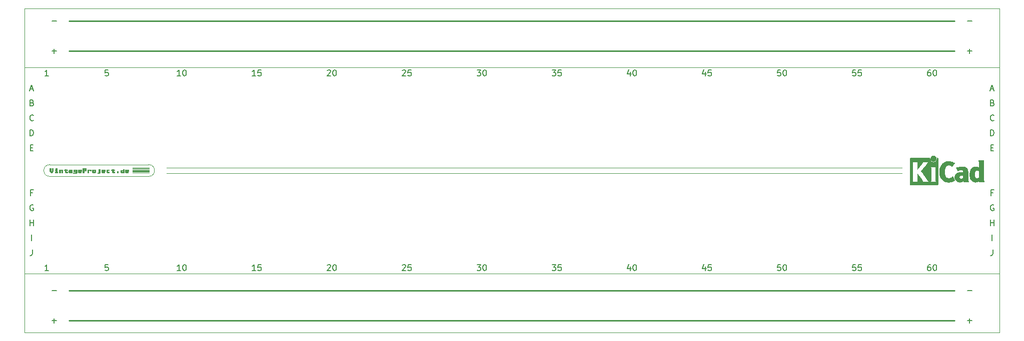
<source format=gbr>
G04 #@! TF.GenerationSoftware,KiCad,Pcbnew,(5.1.4)-1*
G04 #@! TF.CreationDate,2020-10-13T06:17:52+02:00*
G04 #@! TF.ProjectId,BreadBoard PCB 830,42726561-6442-46f6-9172-642050434220,rev?*
G04 #@! TF.SameCoordinates,Original*
G04 #@! TF.FileFunction,Legend,Top*
G04 #@! TF.FilePolarity,Positive*
%FSLAX46Y46*%
G04 Gerber Fmt 4.6, Leading zero omitted, Abs format (unit mm)*
G04 Created by KiCad (PCBNEW (5.1.4)-1) date 2020-10-13 06:17:52*
%MOMM*%
%LPD*%
G04 APERTURE LIST*
%ADD10C,0.120000*%
%ADD11C,0.200000*%
%ADD12C,0.250000*%
%ADD13C,0.050000*%
%ADD14C,0.010000*%
%ADD15C,0.100000*%
G04 APERTURE END LIST*
D10*
X73660000Y-108450000D02*
X198120000Y-108450000D01*
X73660000Y-107450000D02*
X198120000Y-107450000D01*
D11*
X190261904Y-123912380D02*
X189785714Y-123912380D01*
X189738095Y-124388571D01*
X189785714Y-124340952D01*
X189880952Y-124293333D01*
X190119047Y-124293333D01*
X190214285Y-124340952D01*
X190261904Y-124388571D01*
X190309523Y-124483809D01*
X190309523Y-124721904D01*
X190261904Y-124817142D01*
X190214285Y-124864761D01*
X190119047Y-124912380D01*
X189880952Y-124912380D01*
X189785714Y-124864761D01*
X189738095Y-124817142D01*
X191214285Y-123912380D02*
X190738095Y-123912380D01*
X190690476Y-124388571D01*
X190738095Y-124340952D01*
X190833333Y-124293333D01*
X191071428Y-124293333D01*
X191166666Y-124340952D01*
X191214285Y-124388571D01*
X191261904Y-124483809D01*
X191261904Y-124721904D01*
X191214285Y-124817142D01*
X191166666Y-124864761D01*
X191071428Y-124912380D01*
X190833333Y-124912380D01*
X190738095Y-124864761D01*
X190690476Y-124817142D01*
X63738095Y-123912380D02*
X63261904Y-123912380D01*
X63214285Y-124388571D01*
X63261904Y-124340952D01*
X63357142Y-124293333D01*
X63595238Y-124293333D01*
X63690476Y-124340952D01*
X63738095Y-124388571D01*
X63785714Y-124483809D01*
X63785714Y-124721904D01*
X63738095Y-124817142D01*
X63690476Y-124864761D01*
X63595238Y-124912380D01*
X63357142Y-124912380D01*
X63261904Y-124864761D01*
X63214285Y-124817142D01*
X88709523Y-124912380D02*
X88138095Y-124912380D01*
X88423809Y-124912380D02*
X88423809Y-123912380D01*
X88328571Y-124055238D01*
X88233333Y-124150476D01*
X88138095Y-124198095D01*
X89614285Y-123912380D02*
X89138095Y-123912380D01*
X89090476Y-124388571D01*
X89138095Y-124340952D01*
X89233333Y-124293333D01*
X89471428Y-124293333D01*
X89566666Y-124340952D01*
X89614285Y-124388571D01*
X89661904Y-124483809D01*
X89661904Y-124721904D01*
X89614285Y-124817142D01*
X89566666Y-124864761D01*
X89471428Y-124912380D01*
X89233333Y-124912380D01*
X89138095Y-124864761D01*
X89090476Y-124817142D01*
X177561904Y-123912380D02*
X177085714Y-123912380D01*
X177038095Y-124388571D01*
X177085714Y-124340952D01*
X177180952Y-124293333D01*
X177419047Y-124293333D01*
X177514285Y-124340952D01*
X177561904Y-124388571D01*
X177609523Y-124483809D01*
X177609523Y-124721904D01*
X177561904Y-124817142D01*
X177514285Y-124864761D01*
X177419047Y-124912380D01*
X177180952Y-124912380D01*
X177085714Y-124864761D01*
X177038095Y-124817142D01*
X178228571Y-123912380D02*
X178323809Y-123912380D01*
X178419047Y-123960000D01*
X178466666Y-124007619D01*
X178514285Y-124102857D01*
X178561904Y-124293333D01*
X178561904Y-124531428D01*
X178514285Y-124721904D01*
X178466666Y-124817142D01*
X178419047Y-124864761D01*
X178323809Y-124912380D01*
X178228571Y-124912380D01*
X178133333Y-124864761D01*
X178085714Y-124817142D01*
X178038095Y-124721904D01*
X177990476Y-124531428D01*
X177990476Y-124293333D01*
X178038095Y-124102857D01*
X178085714Y-124007619D01*
X178133333Y-123960000D01*
X178228571Y-123912380D01*
X53625714Y-124912380D02*
X53054285Y-124912380D01*
X53340000Y-124912380D02*
X53340000Y-123912380D01*
X53244761Y-124055238D01*
X53149523Y-124150476D01*
X53054285Y-124198095D01*
X100838095Y-124007619D02*
X100885714Y-123960000D01*
X100980952Y-123912380D01*
X101219047Y-123912380D01*
X101314285Y-123960000D01*
X101361904Y-124007619D01*
X101409523Y-124102857D01*
X101409523Y-124198095D01*
X101361904Y-124340952D01*
X100790476Y-124912380D01*
X101409523Y-124912380D01*
X102028571Y-123912380D02*
X102123809Y-123912380D01*
X102219047Y-123960000D01*
X102266666Y-124007619D01*
X102314285Y-124102857D01*
X102361904Y-124293333D01*
X102361904Y-124531428D01*
X102314285Y-124721904D01*
X102266666Y-124817142D01*
X102219047Y-124864761D01*
X102123809Y-124912380D01*
X102028571Y-124912380D01*
X101933333Y-124864761D01*
X101885714Y-124817142D01*
X101838095Y-124721904D01*
X101790476Y-124531428D01*
X101790476Y-124293333D01*
X101838095Y-124102857D01*
X101885714Y-124007619D01*
X101933333Y-123960000D01*
X102028571Y-123912380D01*
X164814285Y-124245714D02*
X164814285Y-124912380D01*
X164576190Y-123864761D02*
X164338095Y-124579047D01*
X164957142Y-124579047D01*
X165814285Y-123912380D02*
X165338095Y-123912380D01*
X165290476Y-124388571D01*
X165338095Y-124340952D01*
X165433333Y-124293333D01*
X165671428Y-124293333D01*
X165766666Y-124340952D01*
X165814285Y-124388571D01*
X165861904Y-124483809D01*
X165861904Y-124721904D01*
X165814285Y-124817142D01*
X165766666Y-124864761D01*
X165671428Y-124912380D01*
X165433333Y-124912380D01*
X165338095Y-124864761D01*
X165290476Y-124817142D01*
X202914285Y-123912380D02*
X202723809Y-123912380D01*
X202628571Y-123960000D01*
X202580952Y-124007619D01*
X202485714Y-124150476D01*
X202438095Y-124340952D01*
X202438095Y-124721904D01*
X202485714Y-124817142D01*
X202533333Y-124864761D01*
X202628571Y-124912380D01*
X202819047Y-124912380D01*
X202914285Y-124864761D01*
X202961904Y-124817142D01*
X203009523Y-124721904D01*
X203009523Y-124483809D01*
X202961904Y-124388571D01*
X202914285Y-124340952D01*
X202819047Y-124293333D01*
X202628571Y-124293333D01*
X202533333Y-124340952D01*
X202485714Y-124388571D01*
X202438095Y-124483809D01*
X203628571Y-123912380D02*
X203723809Y-123912380D01*
X203819047Y-123960000D01*
X203866666Y-124007619D01*
X203914285Y-124102857D01*
X203961904Y-124293333D01*
X203961904Y-124531428D01*
X203914285Y-124721904D01*
X203866666Y-124817142D01*
X203819047Y-124864761D01*
X203723809Y-124912380D01*
X203628571Y-124912380D01*
X203533333Y-124864761D01*
X203485714Y-124817142D01*
X203438095Y-124721904D01*
X203390476Y-124531428D01*
X203390476Y-124293333D01*
X203438095Y-124102857D01*
X203485714Y-124007619D01*
X203533333Y-123960000D01*
X203628571Y-123912380D01*
X126190476Y-123912380D02*
X126809523Y-123912380D01*
X126476190Y-124293333D01*
X126619047Y-124293333D01*
X126714285Y-124340952D01*
X126761904Y-124388571D01*
X126809523Y-124483809D01*
X126809523Y-124721904D01*
X126761904Y-124817142D01*
X126714285Y-124864761D01*
X126619047Y-124912380D01*
X126333333Y-124912380D01*
X126238095Y-124864761D01*
X126190476Y-124817142D01*
X127428571Y-123912380D02*
X127523809Y-123912380D01*
X127619047Y-123960000D01*
X127666666Y-124007619D01*
X127714285Y-124102857D01*
X127761904Y-124293333D01*
X127761904Y-124531428D01*
X127714285Y-124721904D01*
X127666666Y-124817142D01*
X127619047Y-124864761D01*
X127523809Y-124912380D01*
X127428571Y-124912380D01*
X127333333Y-124864761D01*
X127285714Y-124817142D01*
X127238095Y-124721904D01*
X127190476Y-124531428D01*
X127190476Y-124293333D01*
X127238095Y-124102857D01*
X127285714Y-124007619D01*
X127333333Y-123960000D01*
X127428571Y-123912380D01*
X138890476Y-123912380D02*
X139509523Y-123912380D01*
X139176190Y-124293333D01*
X139319047Y-124293333D01*
X139414285Y-124340952D01*
X139461904Y-124388571D01*
X139509523Y-124483809D01*
X139509523Y-124721904D01*
X139461904Y-124817142D01*
X139414285Y-124864761D01*
X139319047Y-124912380D01*
X139033333Y-124912380D01*
X138938095Y-124864761D01*
X138890476Y-124817142D01*
X140414285Y-123912380D02*
X139938095Y-123912380D01*
X139890476Y-124388571D01*
X139938095Y-124340952D01*
X140033333Y-124293333D01*
X140271428Y-124293333D01*
X140366666Y-124340952D01*
X140414285Y-124388571D01*
X140461904Y-124483809D01*
X140461904Y-124721904D01*
X140414285Y-124817142D01*
X140366666Y-124864761D01*
X140271428Y-124912380D01*
X140033333Y-124912380D01*
X139938095Y-124864761D01*
X139890476Y-124817142D01*
X113538095Y-124007619D02*
X113585714Y-123960000D01*
X113680952Y-123912380D01*
X113919047Y-123912380D01*
X114014285Y-123960000D01*
X114061904Y-124007619D01*
X114109523Y-124102857D01*
X114109523Y-124198095D01*
X114061904Y-124340952D01*
X113490476Y-124912380D01*
X114109523Y-124912380D01*
X115014285Y-123912380D02*
X114538095Y-123912380D01*
X114490476Y-124388571D01*
X114538095Y-124340952D01*
X114633333Y-124293333D01*
X114871428Y-124293333D01*
X114966666Y-124340952D01*
X115014285Y-124388571D01*
X115061904Y-124483809D01*
X115061904Y-124721904D01*
X115014285Y-124817142D01*
X114966666Y-124864761D01*
X114871428Y-124912380D01*
X114633333Y-124912380D01*
X114538095Y-124864761D01*
X114490476Y-124817142D01*
X76009523Y-124912380D02*
X75438095Y-124912380D01*
X75723809Y-124912380D02*
X75723809Y-123912380D01*
X75628571Y-124055238D01*
X75533333Y-124150476D01*
X75438095Y-124198095D01*
X76628571Y-123912380D02*
X76723809Y-123912380D01*
X76819047Y-123960000D01*
X76866666Y-124007619D01*
X76914285Y-124102857D01*
X76961904Y-124293333D01*
X76961904Y-124531428D01*
X76914285Y-124721904D01*
X76866666Y-124817142D01*
X76819047Y-124864761D01*
X76723809Y-124912380D01*
X76628571Y-124912380D01*
X76533333Y-124864761D01*
X76485714Y-124817142D01*
X76438095Y-124721904D01*
X76390476Y-124531428D01*
X76390476Y-124293333D01*
X76438095Y-124102857D01*
X76485714Y-124007619D01*
X76533333Y-123960000D01*
X76628571Y-123912380D01*
X152114285Y-124245714D02*
X152114285Y-124912380D01*
X151876190Y-123864761D02*
X151638095Y-124579047D01*
X152257142Y-124579047D01*
X152828571Y-123912380D02*
X152923809Y-123912380D01*
X153019047Y-123960000D01*
X153066666Y-124007619D01*
X153114285Y-124102857D01*
X153161904Y-124293333D01*
X153161904Y-124531428D01*
X153114285Y-124721904D01*
X153066666Y-124817142D01*
X153019047Y-124864761D01*
X152923809Y-124912380D01*
X152828571Y-124912380D01*
X152733333Y-124864761D01*
X152685714Y-124817142D01*
X152638095Y-124721904D01*
X152590476Y-124531428D01*
X152590476Y-124293333D01*
X152638095Y-124102857D01*
X152685714Y-124007619D01*
X152733333Y-123960000D01*
X152828571Y-123912380D01*
X202914285Y-90892380D02*
X202723809Y-90892380D01*
X202628571Y-90940000D01*
X202580952Y-90987619D01*
X202485714Y-91130476D01*
X202438095Y-91320952D01*
X202438095Y-91701904D01*
X202485714Y-91797142D01*
X202533333Y-91844761D01*
X202628571Y-91892380D01*
X202819047Y-91892380D01*
X202914285Y-91844761D01*
X202961904Y-91797142D01*
X203009523Y-91701904D01*
X203009523Y-91463809D01*
X202961904Y-91368571D01*
X202914285Y-91320952D01*
X202819047Y-91273333D01*
X202628571Y-91273333D01*
X202533333Y-91320952D01*
X202485714Y-91368571D01*
X202438095Y-91463809D01*
X203628571Y-90892380D02*
X203723809Y-90892380D01*
X203819047Y-90940000D01*
X203866666Y-90987619D01*
X203914285Y-91082857D01*
X203961904Y-91273333D01*
X203961904Y-91511428D01*
X203914285Y-91701904D01*
X203866666Y-91797142D01*
X203819047Y-91844761D01*
X203723809Y-91892380D01*
X203628571Y-91892380D01*
X203533333Y-91844761D01*
X203485714Y-91797142D01*
X203438095Y-91701904D01*
X203390476Y-91511428D01*
X203390476Y-91273333D01*
X203438095Y-91082857D01*
X203485714Y-90987619D01*
X203533333Y-90940000D01*
X203628571Y-90892380D01*
X190261904Y-90892380D02*
X189785714Y-90892380D01*
X189738095Y-91368571D01*
X189785714Y-91320952D01*
X189880952Y-91273333D01*
X190119047Y-91273333D01*
X190214285Y-91320952D01*
X190261904Y-91368571D01*
X190309523Y-91463809D01*
X190309523Y-91701904D01*
X190261904Y-91797142D01*
X190214285Y-91844761D01*
X190119047Y-91892380D01*
X189880952Y-91892380D01*
X189785714Y-91844761D01*
X189738095Y-91797142D01*
X191214285Y-90892380D02*
X190738095Y-90892380D01*
X190690476Y-91368571D01*
X190738095Y-91320952D01*
X190833333Y-91273333D01*
X191071428Y-91273333D01*
X191166666Y-91320952D01*
X191214285Y-91368571D01*
X191261904Y-91463809D01*
X191261904Y-91701904D01*
X191214285Y-91797142D01*
X191166666Y-91844761D01*
X191071428Y-91892380D01*
X190833333Y-91892380D01*
X190738095Y-91844761D01*
X190690476Y-91797142D01*
X177561904Y-90892380D02*
X177085714Y-90892380D01*
X177038095Y-91368571D01*
X177085714Y-91320952D01*
X177180952Y-91273333D01*
X177419047Y-91273333D01*
X177514285Y-91320952D01*
X177561904Y-91368571D01*
X177609523Y-91463809D01*
X177609523Y-91701904D01*
X177561904Y-91797142D01*
X177514285Y-91844761D01*
X177419047Y-91892380D01*
X177180952Y-91892380D01*
X177085714Y-91844761D01*
X177038095Y-91797142D01*
X178228571Y-90892380D02*
X178323809Y-90892380D01*
X178419047Y-90940000D01*
X178466666Y-90987619D01*
X178514285Y-91082857D01*
X178561904Y-91273333D01*
X178561904Y-91511428D01*
X178514285Y-91701904D01*
X178466666Y-91797142D01*
X178419047Y-91844761D01*
X178323809Y-91892380D01*
X178228571Y-91892380D01*
X178133333Y-91844761D01*
X178085714Y-91797142D01*
X178038095Y-91701904D01*
X177990476Y-91511428D01*
X177990476Y-91273333D01*
X178038095Y-91082857D01*
X178085714Y-90987619D01*
X178133333Y-90940000D01*
X178228571Y-90892380D01*
X164814285Y-91225714D02*
X164814285Y-91892380D01*
X164576190Y-90844761D02*
X164338095Y-91559047D01*
X164957142Y-91559047D01*
X165814285Y-90892380D02*
X165338095Y-90892380D01*
X165290476Y-91368571D01*
X165338095Y-91320952D01*
X165433333Y-91273333D01*
X165671428Y-91273333D01*
X165766666Y-91320952D01*
X165814285Y-91368571D01*
X165861904Y-91463809D01*
X165861904Y-91701904D01*
X165814285Y-91797142D01*
X165766666Y-91844761D01*
X165671428Y-91892380D01*
X165433333Y-91892380D01*
X165338095Y-91844761D01*
X165290476Y-91797142D01*
X152114285Y-91225714D02*
X152114285Y-91892380D01*
X151876190Y-90844761D02*
X151638095Y-91559047D01*
X152257142Y-91559047D01*
X152828571Y-90892380D02*
X152923809Y-90892380D01*
X153019047Y-90940000D01*
X153066666Y-90987619D01*
X153114285Y-91082857D01*
X153161904Y-91273333D01*
X153161904Y-91511428D01*
X153114285Y-91701904D01*
X153066666Y-91797142D01*
X153019047Y-91844761D01*
X152923809Y-91892380D01*
X152828571Y-91892380D01*
X152733333Y-91844761D01*
X152685714Y-91797142D01*
X152638095Y-91701904D01*
X152590476Y-91511428D01*
X152590476Y-91273333D01*
X152638095Y-91082857D01*
X152685714Y-90987619D01*
X152733333Y-90940000D01*
X152828571Y-90892380D01*
X138890476Y-90892380D02*
X139509523Y-90892380D01*
X139176190Y-91273333D01*
X139319047Y-91273333D01*
X139414285Y-91320952D01*
X139461904Y-91368571D01*
X139509523Y-91463809D01*
X139509523Y-91701904D01*
X139461904Y-91797142D01*
X139414285Y-91844761D01*
X139319047Y-91892380D01*
X139033333Y-91892380D01*
X138938095Y-91844761D01*
X138890476Y-91797142D01*
X140414285Y-90892380D02*
X139938095Y-90892380D01*
X139890476Y-91368571D01*
X139938095Y-91320952D01*
X140033333Y-91273333D01*
X140271428Y-91273333D01*
X140366666Y-91320952D01*
X140414285Y-91368571D01*
X140461904Y-91463809D01*
X140461904Y-91701904D01*
X140414285Y-91797142D01*
X140366666Y-91844761D01*
X140271428Y-91892380D01*
X140033333Y-91892380D01*
X139938095Y-91844761D01*
X139890476Y-91797142D01*
X126190476Y-90892380D02*
X126809523Y-90892380D01*
X126476190Y-91273333D01*
X126619047Y-91273333D01*
X126714285Y-91320952D01*
X126761904Y-91368571D01*
X126809523Y-91463809D01*
X126809523Y-91701904D01*
X126761904Y-91797142D01*
X126714285Y-91844761D01*
X126619047Y-91892380D01*
X126333333Y-91892380D01*
X126238095Y-91844761D01*
X126190476Y-91797142D01*
X127428571Y-90892380D02*
X127523809Y-90892380D01*
X127619047Y-90940000D01*
X127666666Y-90987619D01*
X127714285Y-91082857D01*
X127761904Y-91273333D01*
X127761904Y-91511428D01*
X127714285Y-91701904D01*
X127666666Y-91797142D01*
X127619047Y-91844761D01*
X127523809Y-91892380D01*
X127428571Y-91892380D01*
X127333333Y-91844761D01*
X127285714Y-91797142D01*
X127238095Y-91701904D01*
X127190476Y-91511428D01*
X127190476Y-91273333D01*
X127238095Y-91082857D01*
X127285714Y-90987619D01*
X127333333Y-90940000D01*
X127428571Y-90892380D01*
X113538095Y-90987619D02*
X113585714Y-90940000D01*
X113680952Y-90892380D01*
X113919047Y-90892380D01*
X114014285Y-90940000D01*
X114061904Y-90987619D01*
X114109523Y-91082857D01*
X114109523Y-91178095D01*
X114061904Y-91320952D01*
X113490476Y-91892380D01*
X114109523Y-91892380D01*
X115014285Y-90892380D02*
X114538095Y-90892380D01*
X114490476Y-91368571D01*
X114538095Y-91320952D01*
X114633333Y-91273333D01*
X114871428Y-91273333D01*
X114966666Y-91320952D01*
X115014285Y-91368571D01*
X115061904Y-91463809D01*
X115061904Y-91701904D01*
X115014285Y-91797142D01*
X114966666Y-91844761D01*
X114871428Y-91892380D01*
X114633333Y-91892380D01*
X114538095Y-91844761D01*
X114490476Y-91797142D01*
X100838095Y-90987619D02*
X100885714Y-90940000D01*
X100980952Y-90892380D01*
X101219047Y-90892380D01*
X101314285Y-90940000D01*
X101361904Y-90987619D01*
X101409523Y-91082857D01*
X101409523Y-91178095D01*
X101361904Y-91320952D01*
X100790476Y-91892380D01*
X101409523Y-91892380D01*
X102028571Y-90892380D02*
X102123809Y-90892380D01*
X102219047Y-90940000D01*
X102266666Y-90987619D01*
X102314285Y-91082857D01*
X102361904Y-91273333D01*
X102361904Y-91511428D01*
X102314285Y-91701904D01*
X102266666Y-91797142D01*
X102219047Y-91844761D01*
X102123809Y-91892380D01*
X102028571Y-91892380D01*
X101933333Y-91844761D01*
X101885714Y-91797142D01*
X101838095Y-91701904D01*
X101790476Y-91511428D01*
X101790476Y-91273333D01*
X101838095Y-91082857D01*
X101885714Y-90987619D01*
X101933333Y-90940000D01*
X102028571Y-90892380D01*
X88709523Y-91892380D02*
X88138095Y-91892380D01*
X88423809Y-91892380D02*
X88423809Y-90892380D01*
X88328571Y-91035238D01*
X88233333Y-91130476D01*
X88138095Y-91178095D01*
X89614285Y-90892380D02*
X89138095Y-90892380D01*
X89090476Y-91368571D01*
X89138095Y-91320952D01*
X89233333Y-91273333D01*
X89471428Y-91273333D01*
X89566666Y-91320952D01*
X89614285Y-91368571D01*
X89661904Y-91463809D01*
X89661904Y-91701904D01*
X89614285Y-91797142D01*
X89566666Y-91844761D01*
X89471428Y-91892380D01*
X89233333Y-91892380D01*
X89138095Y-91844761D01*
X89090476Y-91797142D01*
X76009523Y-91892380D02*
X75438095Y-91892380D01*
X75723809Y-91892380D02*
X75723809Y-90892380D01*
X75628571Y-91035238D01*
X75533333Y-91130476D01*
X75438095Y-91178095D01*
X76628571Y-90892380D02*
X76723809Y-90892380D01*
X76819047Y-90940000D01*
X76866666Y-90987619D01*
X76914285Y-91082857D01*
X76961904Y-91273333D01*
X76961904Y-91511428D01*
X76914285Y-91701904D01*
X76866666Y-91797142D01*
X76819047Y-91844761D01*
X76723809Y-91892380D01*
X76628571Y-91892380D01*
X76533333Y-91844761D01*
X76485714Y-91797142D01*
X76438095Y-91701904D01*
X76390476Y-91511428D01*
X76390476Y-91273333D01*
X76438095Y-91082857D01*
X76485714Y-90987619D01*
X76533333Y-90940000D01*
X76628571Y-90892380D01*
X63738095Y-90892380D02*
X63261904Y-90892380D01*
X63214285Y-91368571D01*
X63261904Y-91320952D01*
X63357142Y-91273333D01*
X63595238Y-91273333D01*
X63690476Y-91320952D01*
X63738095Y-91368571D01*
X63785714Y-91463809D01*
X63785714Y-91701904D01*
X63738095Y-91797142D01*
X63690476Y-91844761D01*
X63595238Y-91892380D01*
X63357142Y-91892380D01*
X63261904Y-91844761D01*
X63214285Y-91797142D01*
X53625714Y-91892380D02*
X53054285Y-91892380D01*
X53340000Y-91892380D02*
X53340000Y-90892380D01*
X53244761Y-91035238D01*
X53149523Y-91130476D01*
X53054285Y-91178095D01*
X50585714Y-104068571D02*
X50919047Y-104068571D01*
X51061904Y-104592380D02*
X50585714Y-104592380D01*
X50585714Y-103592380D01*
X51061904Y-103592380D01*
X50942857Y-121372380D02*
X50942857Y-122086666D01*
X50895238Y-122229523D01*
X50800000Y-122324761D01*
X50657142Y-122372380D01*
X50561904Y-122372380D01*
X51109523Y-99417142D02*
X51061904Y-99464761D01*
X50919047Y-99512380D01*
X50823809Y-99512380D01*
X50680952Y-99464761D01*
X50585714Y-99369523D01*
X50538095Y-99274285D01*
X50490476Y-99083809D01*
X50490476Y-98940952D01*
X50538095Y-98750476D01*
X50585714Y-98655238D01*
X50680952Y-98560000D01*
X50823809Y-98512380D01*
X50919047Y-98512380D01*
X51061904Y-98560000D01*
X51109523Y-98607619D01*
X50538095Y-102052380D02*
X50538095Y-101052380D01*
X50776190Y-101052380D01*
X50919047Y-101100000D01*
X51014285Y-101195238D01*
X51061904Y-101290476D01*
X51109523Y-101480952D01*
X51109523Y-101623809D01*
X51061904Y-101814285D01*
X51014285Y-101909523D01*
X50919047Y-102004761D01*
X50776190Y-102052380D01*
X50538095Y-102052380D01*
X50514285Y-117292380D02*
X50514285Y-116292380D01*
X50514285Y-116768571D02*
X51085714Y-116768571D01*
X51085714Y-117292380D02*
X51085714Y-116292380D01*
X50561904Y-94146666D02*
X51038095Y-94146666D01*
X50466666Y-94432380D02*
X50800000Y-93432380D01*
X51133333Y-94432380D01*
X50942857Y-111688571D02*
X50609523Y-111688571D01*
X50609523Y-112212380D02*
X50609523Y-111212380D01*
X51085714Y-111212380D01*
X50800000Y-119832380D02*
X50800000Y-118832380D01*
X50871428Y-96448571D02*
X51014285Y-96496190D01*
X51061904Y-96543809D01*
X51109523Y-96639047D01*
X51109523Y-96781904D01*
X51061904Y-96877142D01*
X51014285Y-96924761D01*
X50919047Y-96972380D01*
X50538095Y-96972380D01*
X50538095Y-95972380D01*
X50871428Y-95972380D01*
X50966666Y-96020000D01*
X51014285Y-96067619D01*
X51061904Y-96162857D01*
X51061904Y-96258095D01*
X51014285Y-96353333D01*
X50966666Y-96400952D01*
X50871428Y-96448571D01*
X50538095Y-96448571D01*
X51061904Y-113800000D02*
X50966666Y-113752380D01*
X50823809Y-113752380D01*
X50680952Y-113800000D01*
X50585714Y-113895238D01*
X50538095Y-113990476D01*
X50490476Y-114180952D01*
X50490476Y-114323809D01*
X50538095Y-114514285D01*
X50585714Y-114609523D01*
X50680952Y-114704761D01*
X50823809Y-114752380D01*
X50919047Y-114752380D01*
X51061904Y-114704761D01*
X51109523Y-114657142D01*
X51109523Y-114323809D01*
X50919047Y-114323809D01*
X213502857Y-121372380D02*
X213502857Y-122086666D01*
X213455238Y-122229523D01*
X213360000Y-122324761D01*
X213217142Y-122372380D01*
X213121904Y-122372380D01*
X213074285Y-117292380D02*
X213074285Y-116292380D01*
X213074285Y-116768571D02*
X213645714Y-116768571D01*
X213645714Y-117292380D02*
X213645714Y-116292380D01*
X213360000Y-119832380D02*
X213360000Y-118832380D01*
X213502857Y-111688571D02*
X213169523Y-111688571D01*
X213169523Y-112212380D02*
X213169523Y-111212380D01*
X213645714Y-111212380D01*
X213621904Y-113800000D02*
X213526666Y-113752380D01*
X213383809Y-113752380D01*
X213240952Y-113800000D01*
X213145714Y-113895238D01*
X213098095Y-113990476D01*
X213050476Y-114180952D01*
X213050476Y-114323809D01*
X213098095Y-114514285D01*
X213145714Y-114609523D01*
X213240952Y-114704761D01*
X213383809Y-114752380D01*
X213479047Y-114752380D01*
X213621904Y-114704761D01*
X213669523Y-114657142D01*
X213669523Y-114323809D01*
X213479047Y-114323809D01*
X213145714Y-104068571D02*
X213479047Y-104068571D01*
X213621904Y-104592380D02*
X213145714Y-104592380D01*
X213145714Y-103592380D01*
X213621904Y-103592380D01*
X213098095Y-102052380D02*
X213098095Y-101052380D01*
X213336190Y-101052380D01*
X213479047Y-101100000D01*
X213574285Y-101195238D01*
X213621904Y-101290476D01*
X213669523Y-101480952D01*
X213669523Y-101623809D01*
X213621904Y-101814285D01*
X213574285Y-101909523D01*
X213479047Y-102004761D01*
X213336190Y-102052380D01*
X213098095Y-102052380D01*
X213669523Y-99417142D02*
X213621904Y-99464761D01*
X213479047Y-99512380D01*
X213383809Y-99512380D01*
X213240952Y-99464761D01*
X213145714Y-99369523D01*
X213098095Y-99274285D01*
X213050476Y-99083809D01*
X213050476Y-98940952D01*
X213098095Y-98750476D01*
X213145714Y-98655238D01*
X213240952Y-98560000D01*
X213383809Y-98512380D01*
X213479047Y-98512380D01*
X213621904Y-98560000D01*
X213669523Y-98607619D01*
X213431428Y-96448571D02*
X213574285Y-96496190D01*
X213621904Y-96543809D01*
X213669523Y-96639047D01*
X213669523Y-96781904D01*
X213621904Y-96877142D01*
X213574285Y-96924761D01*
X213479047Y-96972380D01*
X213098095Y-96972380D01*
X213098095Y-95972380D01*
X213431428Y-95972380D01*
X213526666Y-96020000D01*
X213574285Y-96067619D01*
X213621904Y-96162857D01*
X213621904Y-96258095D01*
X213574285Y-96353333D01*
X213526666Y-96400952D01*
X213431428Y-96448571D01*
X213098095Y-96448571D01*
X213121904Y-94146666D02*
X213598095Y-94146666D01*
X213026666Y-94432380D02*
X213360000Y-93432380D01*
X213693333Y-94432380D01*
X54229047Y-128331428D02*
X54990952Y-128331428D01*
X54229047Y-133431428D02*
X54990952Y-133431428D01*
X54610000Y-133812380D02*
X54610000Y-133050476D01*
X209169047Y-128331428D02*
X209930952Y-128331428D01*
X209169047Y-133431428D02*
X209930952Y-133431428D01*
X209550000Y-133812380D02*
X209550000Y-133050476D01*
X54229047Y-82611428D02*
X54990952Y-82611428D01*
X54229047Y-87711428D02*
X54990952Y-87711428D01*
X54610000Y-88092380D02*
X54610000Y-87330476D01*
X209169047Y-82611428D02*
X209930952Y-82611428D01*
X209169047Y-87711428D02*
X209930952Y-87711428D01*
X209550000Y-88092380D02*
X209550000Y-87330476D01*
D12*
X207010000Y-128270000D02*
X57150000Y-128270000D01*
X57150000Y-133350000D02*
X207010000Y-133350000D01*
X207010000Y-82550000D02*
X57150000Y-82550000D01*
X57150000Y-87630000D02*
X207010000Y-87630000D01*
D13*
X49600000Y-125450000D02*
X214600000Y-125450000D01*
X49600000Y-90450000D02*
X214600000Y-90450000D01*
X49600000Y-80450000D02*
X49600000Y-135450000D01*
X214600000Y-80460000D02*
X214600000Y-135460000D01*
X49600000Y-135450000D02*
X214600000Y-135450000D01*
X49600000Y-80460000D02*
X214600000Y-80460000D01*
D14*
G36*
X203466957Y-105449700D02*
G01*
X203563232Y-105473938D01*
X203649816Y-105516770D01*
X203724627Y-105576548D01*
X203785582Y-105651623D01*
X203830601Y-105740349D01*
X203856864Y-105836659D01*
X203862714Y-105933924D01*
X203847860Y-106027783D01*
X203814160Y-106115640D01*
X203763472Y-106194899D01*
X203697655Y-106262965D01*
X203618566Y-106317241D01*
X203528066Y-106355131D01*
X203476800Y-106367555D01*
X203432302Y-106375076D01*
X203398001Y-106378048D01*
X203365040Y-106376223D01*
X203324566Y-106369354D01*
X203291469Y-106362379D01*
X203198053Y-106330870D01*
X203114381Y-106279746D01*
X203042335Y-106210558D01*
X202983800Y-106124857D01*
X202969852Y-106097618D01*
X202953414Y-106061251D01*
X202943106Y-106030711D01*
X202937540Y-105998579D01*
X202935331Y-105957436D01*
X202935052Y-105911351D01*
X202939139Y-105826994D01*
X202952554Y-105757715D01*
X202977744Y-105697090D01*
X203017154Y-105638696D01*
X203055702Y-105594431D01*
X203127594Y-105528613D01*
X203202687Y-105483182D01*
X203285438Y-105455979D01*
X203363072Y-105445705D01*
X203466957Y-105449700D01*
X203466957Y-105449700D01*
G37*
X203466957Y-105449700D02*
X203563232Y-105473938D01*
X203649816Y-105516770D01*
X203724627Y-105576548D01*
X203785582Y-105651623D01*
X203830601Y-105740349D01*
X203856864Y-105836659D01*
X203862714Y-105933924D01*
X203847860Y-106027783D01*
X203814160Y-106115640D01*
X203763472Y-106194899D01*
X203697655Y-106262965D01*
X203618566Y-106317241D01*
X203528066Y-106355131D01*
X203476800Y-106367555D01*
X203432302Y-106375076D01*
X203398001Y-106378048D01*
X203365040Y-106376223D01*
X203324566Y-106369354D01*
X203291469Y-106362379D01*
X203198053Y-106330870D01*
X203114381Y-106279746D01*
X203042335Y-106210558D01*
X202983800Y-106124857D01*
X202969852Y-106097618D01*
X202953414Y-106061251D01*
X202943106Y-106030711D01*
X202937540Y-105998579D01*
X202935331Y-105957436D01*
X202935052Y-105911351D01*
X202939139Y-105826994D01*
X202952554Y-105757715D01*
X202977744Y-105697090D01*
X203017154Y-105638696D01*
X203055702Y-105594431D01*
X203127594Y-105528613D01*
X203202687Y-105483182D01*
X203285438Y-105455979D01*
X203363072Y-105445705D01*
X203466957Y-105449700D01*
G36*
X211926507Y-107895374D02*
G01*
X211926526Y-108129791D01*
X211926552Y-108342732D01*
X211926625Y-108535297D01*
X211926782Y-108708588D01*
X211927064Y-108863705D01*
X211927509Y-109001749D01*
X211928156Y-109123821D01*
X211929045Y-109231023D01*
X211930213Y-109324455D01*
X211931701Y-109405219D01*
X211933546Y-109474415D01*
X211935789Y-109533144D01*
X211938469Y-109582508D01*
X211941623Y-109623607D01*
X211945292Y-109657542D01*
X211949513Y-109685415D01*
X211954327Y-109708327D01*
X211959773Y-109727378D01*
X211965888Y-109743669D01*
X211972712Y-109758302D01*
X211980285Y-109772378D01*
X211988645Y-109786997D01*
X211993839Y-109796103D01*
X212028104Y-109856818D01*
X211169955Y-109856818D01*
X211169955Y-109760862D01*
X211169224Y-109717499D01*
X211167272Y-109684334D01*
X211164463Y-109666553D01*
X211163221Y-109664907D01*
X211151799Y-109671791D01*
X211129084Y-109689634D01*
X211106385Y-109709008D01*
X211051800Y-109749743D01*
X210982321Y-109790746D01*
X210905270Y-109828252D01*
X210827965Y-109858493D01*
X210797113Y-109868141D01*
X210728616Y-109882707D01*
X210645764Y-109892668D01*
X210556371Y-109897712D01*
X210468248Y-109897525D01*
X210389207Y-109891795D01*
X210351511Y-109885987D01*
X210213414Y-109847926D01*
X210086113Y-109790202D01*
X209970292Y-109713340D01*
X209866637Y-109617868D01*
X209775833Y-109504308D01*
X209709031Y-109393510D01*
X209654164Y-109276754D01*
X209612163Y-109157405D01*
X209582167Y-109031412D01*
X209563311Y-108894723D01*
X209554732Y-108743287D01*
X209554006Y-108665840D01*
X209556100Y-108609063D01*
X210385217Y-108609063D01*
X210385424Y-108702131D01*
X210388337Y-108789821D01*
X210394000Y-108866901D01*
X210402455Y-108928138D01*
X210405038Y-108940479D01*
X210436840Y-109047762D01*
X210478498Y-109134787D01*
X210530363Y-109201771D01*
X210592781Y-109248934D01*
X210666100Y-109276494D01*
X210750669Y-109284670D01*
X210846835Y-109273680D01*
X210910311Y-109257958D01*
X210959454Y-109239768D01*
X211013583Y-109213920D01*
X211054244Y-109190218D01*
X211124800Y-109143850D01*
X211124800Y-107993659D01*
X211057392Y-107950091D01*
X210978867Y-107909169D01*
X210894681Y-107882518D01*
X210809557Y-107870594D01*
X210728216Y-107873851D01*
X210655380Y-107892744D01*
X210623426Y-107908313D01*
X210565501Y-107951310D01*
X210516544Y-108008082D01*
X210475390Y-108080704D01*
X210440874Y-108171250D01*
X210411833Y-108281795D01*
X210410552Y-108287662D01*
X210400381Y-108349917D01*
X210392739Y-108427723D01*
X210387670Y-108515849D01*
X210385217Y-108609063D01*
X209556100Y-108609063D01*
X209561857Y-108453024D01*
X209583802Y-108257188D01*
X209619786Y-108078461D01*
X209669759Y-107916974D01*
X209733668Y-107772855D01*
X209811462Y-107646235D01*
X209903089Y-107537244D01*
X210008497Y-107446012D01*
X210053662Y-107415061D01*
X210154611Y-107358914D01*
X210257901Y-107319303D01*
X210367989Y-107295143D01*
X210489330Y-107285348D01*
X210581836Y-107286394D01*
X210711490Y-107297360D01*
X210824084Y-107319175D01*
X210922875Y-107352843D01*
X211011121Y-107399365D01*
X211059986Y-107433577D01*
X211089353Y-107455491D01*
X211111043Y-107470462D01*
X211119253Y-107474862D01*
X211120868Y-107464033D01*
X211122159Y-107433380D01*
X211123138Y-107385655D01*
X211123817Y-107323608D01*
X211124210Y-107249991D01*
X211124330Y-107167556D01*
X211124188Y-107079054D01*
X211123797Y-106987236D01*
X211123171Y-106894853D01*
X211122320Y-106804657D01*
X211121260Y-106719400D01*
X211120001Y-106641832D01*
X211118556Y-106574705D01*
X211116938Y-106520770D01*
X211115161Y-106482779D01*
X211114669Y-106475796D01*
X211107092Y-106405380D01*
X211095531Y-106350231D01*
X211077792Y-106303110D01*
X211051682Y-106256776D01*
X211045415Y-106247196D01*
X211020983Y-106210507D01*
X211926311Y-106210507D01*
X211926507Y-107895374D01*
X211926507Y-107895374D01*
G37*
X211926507Y-107895374D02*
X211926526Y-108129791D01*
X211926552Y-108342732D01*
X211926625Y-108535297D01*
X211926782Y-108708588D01*
X211927064Y-108863705D01*
X211927509Y-109001749D01*
X211928156Y-109123821D01*
X211929045Y-109231023D01*
X211930213Y-109324455D01*
X211931701Y-109405219D01*
X211933546Y-109474415D01*
X211935789Y-109533144D01*
X211938469Y-109582508D01*
X211941623Y-109623607D01*
X211945292Y-109657542D01*
X211949513Y-109685415D01*
X211954327Y-109708327D01*
X211959773Y-109727378D01*
X211965888Y-109743669D01*
X211972712Y-109758302D01*
X211980285Y-109772378D01*
X211988645Y-109786997D01*
X211993839Y-109796103D01*
X212028104Y-109856818D01*
X211169955Y-109856818D01*
X211169955Y-109760862D01*
X211169224Y-109717499D01*
X211167272Y-109684334D01*
X211164463Y-109666553D01*
X211163221Y-109664907D01*
X211151799Y-109671791D01*
X211129084Y-109689634D01*
X211106385Y-109709008D01*
X211051800Y-109749743D01*
X210982321Y-109790746D01*
X210905270Y-109828252D01*
X210827965Y-109858493D01*
X210797113Y-109868141D01*
X210728616Y-109882707D01*
X210645764Y-109892668D01*
X210556371Y-109897712D01*
X210468248Y-109897525D01*
X210389207Y-109891795D01*
X210351511Y-109885987D01*
X210213414Y-109847926D01*
X210086113Y-109790202D01*
X209970292Y-109713340D01*
X209866637Y-109617868D01*
X209775833Y-109504308D01*
X209709031Y-109393510D01*
X209654164Y-109276754D01*
X209612163Y-109157405D01*
X209582167Y-109031412D01*
X209563311Y-108894723D01*
X209554732Y-108743287D01*
X209554006Y-108665840D01*
X209556100Y-108609063D01*
X210385217Y-108609063D01*
X210385424Y-108702131D01*
X210388337Y-108789821D01*
X210394000Y-108866901D01*
X210402455Y-108928138D01*
X210405038Y-108940479D01*
X210436840Y-109047762D01*
X210478498Y-109134787D01*
X210530363Y-109201771D01*
X210592781Y-109248934D01*
X210666100Y-109276494D01*
X210750669Y-109284670D01*
X210846835Y-109273680D01*
X210910311Y-109257958D01*
X210959454Y-109239768D01*
X211013583Y-109213920D01*
X211054244Y-109190218D01*
X211124800Y-109143850D01*
X211124800Y-107993659D01*
X211057392Y-107950091D01*
X210978867Y-107909169D01*
X210894681Y-107882518D01*
X210809557Y-107870594D01*
X210728216Y-107873851D01*
X210655380Y-107892744D01*
X210623426Y-107908313D01*
X210565501Y-107951310D01*
X210516544Y-108008082D01*
X210475390Y-108080704D01*
X210440874Y-108171250D01*
X210411833Y-108281795D01*
X210410552Y-108287662D01*
X210400381Y-108349917D01*
X210392739Y-108427723D01*
X210387670Y-108515849D01*
X210385217Y-108609063D01*
X209556100Y-108609063D01*
X209561857Y-108453024D01*
X209583802Y-108257188D01*
X209619786Y-108078461D01*
X209669759Y-107916974D01*
X209733668Y-107772855D01*
X209811462Y-107646235D01*
X209903089Y-107537244D01*
X210008497Y-107446012D01*
X210053662Y-107415061D01*
X210154611Y-107358914D01*
X210257901Y-107319303D01*
X210367989Y-107295143D01*
X210489330Y-107285348D01*
X210581836Y-107286394D01*
X210711490Y-107297360D01*
X210824084Y-107319175D01*
X210922875Y-107352843D01*
X211011121Y-107399365D01*
X211059986Y-107433577D01*
X211089353Y-107455491D01*
X211111043Y-107470462D01*
X211119253Y-107474862D01*
X211120868Y-107464033D01*
X211122159Y-107433380D01*
X211123138Y-107385655D01*
X211123817Y-107323608D01*
X211124210Y-107249991D01*
X211124330Y-107167556D01*
X211124188Y-107079054D01*
X211123797Y-106987236D01*
X211123171Y-106894853D01*
X211122320Y-106804657D01*
X211121260Y-106719400D01*
X211120001Y-106641832D01*
X211118556Y-106574705D01*
X211116938Y-106520770D01*
X211115161Y-106482779D01*
X211114669Y-106475796D01*
X211107092Y-106405380D01*
X211095531Y-106350231D01*
X211077792Y-106303110D01*
X211051682Y-106256776D01*
X211045415Y-106247196D01*
X211020983Y-106210507D01*
X211926311Y-106210507D01*
X211926507Y-107895374D01*
G36*
X208413574Y-107289681D02*
G01*
X208565492Y-107309696D01*
X208700756Y-107343331D01*
X208820239Y-107390854D01*
X208924815Y-107452534D01*
X209002424Y-107516094D01*
X209071265Y-107590228D01*
X209125006Y-107670000D01*
X209167910Y-107762220D01*
X209183384Y-107805290D01*
X209196244Y-107844271D01*
X209207446Y-107880418D01*
X209217120Y-107915563D01*
X209225396Y-107951539D01*
X209232403Y-107990179D01*
X209238272Y-108033314D01*
X209243131Y-108082778D01*
X209247110Y-108140402D01*
X209250340Y-108208020D01*
X209252949Y-108287463D01*
X209255067Y-108380565D01*
X209256824Y-108489156D01*
X209258349Y-108615071D01*
X209259772Y-108760141D01*
X209261025Y-108902907D01*
X209262351Y-109059097D01*
X209263556Y-109194368D01*
X209264766Y-109310375D01*
X209266106Y-109408774D01*
X209267700Y-109491222D01*
X209269675Y-109559375D01*
X209272156Y-109614889D01*
X209275269Y-109659421D01*
X209279138Y-109694627D01*
X209283889Y-109722163D01*
X209289648Y-109743685D01*
X209296539Y-109760851D01*
X209304689Y-109775315D01*
X209314223Y-109788735D01*
X209325266Y-109802767D01*
X209329566Y-109808200D01*
X209345386Y-109831039D01*
X209352422Y-109846592D01*
X209352444Y-109847051D01*
X209341567Y-109849250D01*
X209310582Y-109851276D01*
X209261957Y-109853071D01*
X209198163Y-109854580D01*
X209121669Y-109855745D01*
X209034944Y-109856509D01*
X208940457Y-109856815D01*
X208929550Y-109856818D01*
X208506657Y-109856818D01*
X208503395Y-109760751D01*
X208500133Y-109664685D01*
X208438044Y-109715672D01*
X208340714Y-109783186D01*
X208230813Y-109837878D01*
X208144349Y-109868107D01*
X208075278Y-109882795D01*
X207991925Y-109892788D01*
X207902159Y-109897775D01*
X207813845Y-109897442D01*
X207734851Y-109891480D01*
X207698622Y-109885767D01*
X207558603Y-109847905D01*
X207432178Y-109793061D01*
X207320260Y-109722053D01*
X207223762Y-109635697D01*
X207143600Y-109534808D01*
X207080687Y-109420205D01*
X207036312Y-109294113D01*
X207023978Y-109237530D01*
X207016368Y-109175331D01*
X207012739Y-109100492D01*
X207012245Y-109066596D01*
X207012310Y-109063411D01*
X207772248Y-109063411D01*
X207781541Y-109138462D01*
X207809728Y-109202289D01*
X207858197Y-109257927D01*
X207863254Y-109262340D01*
X207911548Y-109297166D01*
X207963257Y-109319749D01*
X208023989Y-109331669D01*
X208099352Y-109334512D01*
X208117459Y-109334107D01*
X208171278Y-109331454D01*
X208211308Y-109326038D01*
X208246324Y-109315874D01*
X208285103Y-109298979D01*
X208295745Y-109293801D01*
X208356396Y-109257973D01*
X208403215Y-109215341D01*
X208415952Y-109200102D01*
X208460622Y-109143591D01*
X208460622Y-108947715D01*
X208460086Y-108869068D01*
X208458396Y-108811117D01*
X208455428Y-108772004D01*
X208451057Y-108749870D01*
X208446972Y-108743403D01*
X208431047Y-108740240D01*
X208397264Y-108737617D01*
X208350340Y-108735784D01*
X208294993Y-108734986D01*
X208286106Y-108734971D01*
X208165330Y-108740225D01*
X208062660Y-108756392D01*
X207976106Y-108784090D01*
X207903681Y-108823937D01*
X207848751Y-108870887D01*
X207804204Y-108928774D01*
X207779480Y-108991822D01*
X207772248Y-109063411D01*
X207012310Y-109063411D01*
X207014178Y-108972841D01*
X207022522Y-108893941D01*
X207038768Y-108822719D01*
X207064405Y-108751993D01*
X207088401Y-108699622D01*
X207147020Y-108604325D01*
X207225117Y-108516299D01*
X207320315Y-108437146D01*
X207430238Y-108368469D01*
X207552510Y-108311870D01*
X207684755Y-108268950D01*
X207749422Y-108254011D01*
X207885604Y-108231906D01*
X208034049Y-108217323D01*
X208185505Y-108210942D01*
X208312064Y-108212574D01*
X208473950Y-108219353D01*
X208466530Y-108160374D01*
X208447238Y-108061221D01*
X208416104Y-107980501D01*
X208372269Y-107917595D01*
X208314871Y-107871885D01*
X208243048Y-107842751D01*
X208155941Y-107829576D01*
X208052686Y-107831740D01*
X208014711Y-107835741D01*
X207873520Y-107860909D01*
X207736707Y-107901943D01*
X207642178Y-107939944D01*
X207597018Y-107959319D01*
X207558585Y-107974889D01*
X207532234Y-107984534D01*
X207524546Y-107986581D01*
X207514802Y-107977503D01*
X207498083Y-107948534D01*
X207474232Y-107899346D01*
X207443093Y-107829613D01*
X207404507Y-107739008D01*
X207397910Y-107723218D01*
X207367853Y-107650901D01*
X207340874Y-107585554D01*
X207318136Y-107530035D01*
X207300806Y-107487201D01*
X207290048Y-107459910D01*
X207286941Y-107451071D01*
X207296940Y-107446316D01*
X207323217Y-107441039D01*
X207351489Y-107437360D01*
X207381646Y-107432603D01*
X207429433Y-107423157D01*
X207490612Y-107409949D01*
X207560946Y-107393905D01*
X207636194Y-107375949D01*
X207664755Y-107368926D01*
X207769816Y-107343338D01*
X207857480Y-107323276D01*
X207932068Y-107308098D01*
X207997903Y-107297164D01*
X208059307Y-107289833D01*
X208120602Y-107285464D01*
X208186110Y-107283416D01*
X208244128Y-107283018D01*
X208413574Y-107289681D01*
X208413574Y-107289681D01*
G37*
X208413574Y-107289681D02*
X208565492Y-107309696D01*
X208700756Y-107343331D01*
X208820239Y-107390854D01*
X208924815Y-107452534D01*
X209002424Y-107516094D01*
X209071265Y-107590228D01*
X209125006Y-107670000D01*
X209167910Y-107762220D01*
X209183384Y-107805290D01*
X209196244Y-107844271D01*
X209207446Y-107880418D01*
X209217120Y-107915563D01*
X209225396Y-107951539D01*
X209232403Y-107990179D01*
X209238272Y-108033314D01*
X209243131Y-108082778D01*
X209247110Y-108140402D01*
X209250340Y-108208020D01*
X209252949Y-108287463D01*
X209255067Y-108380565D01*
X209256824Y-108489156D01*
X209258349Y-108615071D01*
X209259772Y-108760141D01*
X209261025Y-108902907D01*
X209262351Y-109059097D01*
X209263556Y-109194368D01*
X209264766Y-109310375D01*
X209266106Y-109408774D01*
X209267700Y-109491222D01*
X209269675Y-109559375D01*
X209272156Y-109614889D01*
X209275269Y-109659421D01*
X209279138Y-109694627D01*
X209283889Y-109722163D01*
X209289648Y-109743685D01*
X209296539Y-109760851D01*
X209304689Y-109775315D01*
X209314223Y-109788735D01*
X209325266Y-109802767D01*
X209329566Y-109808200D01*
X209345386Y-109831039D01*
X209352422Y-109846592D01*
X209352444Y-109847051D01*
X209341567Y-109849250D01*
X209310582Y-109851276D01*
X209261957Y-109853071D01*
X209198163Y-109854580D01*
X209121669Y-109855745D01*
X209034944Y-109856509D01*
X208940457Y-109856815D01*
X208929550Y-109856818D01*
X208506657Y-109856818D01*
X208503395Y-109760751D01*
X208500133Y-109664685D01*
X208438044Y-109715672D01*
X208340714Y-109783186D01*
X208230813Y-109837878D01*
X208144349Y-109868107D01*
X208075278Y-109882795D01*
X207991925Y-109892788D01*
X207902159Y-109897775D01*
X207813845Y-109897442D01*
X207734851Y-109891480D01*
X207698622Y-109885767D01*
X207558603Y-109847905D01*
X207432178Y-109793061D01*
X207320260Y-109722053D01*
X207223762Y-109635697D01*
X207143600Y-109534808D01*
X207080687Y-109420205D01*
X207036312Y-109294113D01*
X207023978Y-109237530D01*
X207016368Y-109175331D01*
X207012739Y-109100492D01*
X207012245Y-109066596D01*
X207012310Y-109063411D01*
X207772248Y-109063411D01*
X207781541Y-109138462D01*
X207809728Y-109202289D01*
X207858197Y-109257927D01*
X207863254Y-109262340D01*
X207911548Y-109297166D01*
X207963257Y-109319749D01*
X208023989Y-109331669D01*
X208099352Y-109334512D01*
X208117459Y-109334107D01*
X208171278Y-109331454D01*
X208211308Y-109326038D01*
X208246324Y-109315874D01*
X208285103Y-109298979D01*
X208295745Y-109293801D01*
X208356396Y-109257973D01*
X208403215Y-109215341D01*
X208415952Y-109200102D01*
X208460622Y-109143591D01*
X208460622Y-108947715D01*
X208460086Y-108869068D01*
X208458396Y-108811117D01*
X208455428Y-108772004D01*
X208451057Y-108749870D01*
X208446972Y-108743403D01*
X208431047Y-108740240D01*
X208397264Y-108737617D01*
X208350340Y-108735784D01*
X208294993Y-108734986D01*
X208286106Y-108734971D01*
X208165330Y-108740225D01*
X208062660Y-108756392D01*
X207976106Y-108784090D01*
X207903681Y-108823937D01*
X207848751Y-108870887D01*
X207804204Y-108928774D01*
X207779480Y-108991822D01*
X207772248Y-109063411D01*
X207012310Y-109063411D01*
X207014178Y-108972841D01*
X207022522Y-108893941D01*
X207038768Y-108822719D01*
X207064405Y-108751993D01*
X207088401Y-108699622D01*
X207147020Y-108604325D01*
X207225117Y-108516299D01*
X207320315Y-108437146D01*
X207430238Y-108368469D01*
X207552510Y-108311870D01*
X207684755Y-108268950D01*
X207749422Y-108254011D01*
X207885604Y-108231906D01*
X208034049Y-108217323D01*
X208185505Y-108210942D01*
X208312064Y-108212574D01*
X208473950Y-108219353D01*
X208466530Y-108160374D01*
X208447238Y-108061221D01*
X208416104Y-107980501D01*
X208372269Y-107917595D01*
X208314871Y-107871885D01*
X208243048Y-107842751D01*
X208155941Y-107829576D01*
X208052686Y-107831740D01*
X208014711Y-107835741D01*
X207873520Y-107860909D01*
X207736707Y-107901943D01*
X207642178Y-107939944D01*
X207597018Y-107959319D01*
X207558585Y-107974889D01*
X207532234Y-107984534D01*
X207524546Y-107986581D01*
X207514802Y-107977503D01*
X207498083Y-107948534D01*
X207474232Y-107899346D01*
X207443093Y-107829613D01*
X207404507Y-107739008D01*
X207397910Y-107723218D01*
X207367853Y-107650901D01*
X207340874Y-107585554D01*
X207318136Y-107530035D01*
X207300806Y-107487201D01*
X207290048Y-107459910D01*
X207286941Y-107451071D01*
X207296940Y-107446316D01*
X207323217Y-107441039D01*
X207351489Y-107437360D01*
X207381646Y-107432603D01*
X207429433Y-107423157D01*
X207490612Y-107409949D01*
X207560946Y-107393905D01*
X207636194Y-107375949D01*
X207664755Y-107368926D01*
X207769816Y-107343338D01*
X207857480Y-107323276D01*
X207932068Y-107308098D01*
X207997903Y-107297164D01*
X208059307Y-107289833D01*
X208120602Y-107285464D01*
X208186110Y-107283416D01*
X208244128Y-107283018D01*
X208413574Y-107289681D01*
G36*
X206068429Y-106372200D02*
G01*
X206228570Y-106393374D01*
X206392510Y-106433514D01*
X206562313Y-106493018D01*
X206740043Y-106572283D01*
X206751310Y-106577828D01*
X206809005Y-106605854D01*
X206860552Y-106629931D01*
X206902191Y-106648378D01*
X206930162Y-106659515D01*
X206939733Y-106662062D01*
X206958950Y-106667070D01*
X206963561Y-106671276D01*
X206958458Y-106681709D01*
X206942418Y-106707997D01*
X206917288Y-106747386D01*
X206884914Y-106797120D01*
X206847143Y-106854444D01*
X206805822Y-106916605D01*
X206762798Y-106980847D01*
X206719917Y-107044414D01*
X206679026Y-107104554D01*
X206641971Y-107158509D01*
X206610600Y-107203526D01*
X206586759Y-107236850D01*
X206572294Y-107255726D01*
X206570309Y-107257916D01*
X206560191Y-107253267D01*
X206537850Y-107236091D01*
X206507280Y-107209569D01*
X206491536Y-107195093D01*
X206395047Y-107119811D01*
X206288336Y-107064370D01*
X206172832Y-107029270D01*
X206049962Y-107015009D01*
X205980561Y-107016180D01*
X205859423Y-107033341D01*
X205750205Y-107069223D01*
X205652582Y-107124088D01*
X205566228Y-107198199D01*
X205490815Y-107291817D01*
X205426018Y-107405205D01*
X205388601Y-107491796D01*
X205344748Y-107627495D01*
X205312428Y-107774979D01*
X205291557Y-107930443D01*
X205282051Y-108090085D01*
X205283827Y-108250102D01*
X205296803Y-108406690D01*
X205320894Y-108556047D01*
X205356018Y-108694369D01*
X205402092Y-108817853D01*
X205418373Y-108852107D01*
X205486620Y-108966193D01*
X205567079Y-109062686D01*
X205658570Y-109140799D01*
X205759911Y-109199746D01*
X205869920Y-109238741D01*
X205987415Y-109256997D01*
X206028883Y-109258340D01*
X206150441Y-109247419D01*
X206270878Y-109214603D01*
X206388666Y-109160568D01*
X206502277Y-109085994D01*
X206593685Y-109007668D01*
X206640215Y-108963137D01*
X206821483Y-109260400D01*
X206866580Y-109334562D01*
X206907819Y-109402775D01*
X206943735Y-109462588D01*
X206972866Y-109511549D01*
X206993750Y-109547208D01*
X207004924Y-109567113D01*
X207006375Y-109570208D01*
X206998146Y-109579847D01*
X206972567Y-109597128D01*
X206932873Y-109620412D01*
X206882297Y-109648063D01*
X206824074Y-109678444D01*
X206761437Y-109709919D01*
X206697621Y-109740851D01*
X206635860Y-109769602D01*
X206579388Y-109794537D01*
X206531438Y-109814018D01*
X206507986Y-109822447D01*
X206374221Y-109860262D01*
X206236327Y-109885265D01*
X206088622Y-109898269D01*
X205961833Y-109900597D01*
X205893878Y-109899502D01*
X205828277Y-109897404D01*
X205770847Y-109894563D01*
X205727403Y-109891235D01*
X205713298Y-109889551D01*
X205574284Y-109860716D01*
X205432757Y-109815597D01*
X205295275Y-109756879D01*
X205168394Y-109687249D01*
X205090889Y-109634570D01*
X204963481Y-109526368D01*
X204845178Y-109399800D01*
X204738172Y-109257995D01*
X204644652Y-109104080D01*
X204566810Y-108941182D01*
X204522956Y-108823885D01*
X204472708Y-108640257D01*
X204439209Y-108445710D01*
X204422449Y-108244454D01*
X204422416Y-108040697D01*
X204439101Y-107838650D01*
X204472493Y-107642521D01*
X204522580Y-107456520D01*
X204526397Y-107444932D01*
X204589281Y-107282879D01*
X204666028Y-107134961D01*
X204759242Y-106996994D01*
X204871527Y-106864790D01*
X204915392Y-106819528D01*
X205051534Y-106695586D01*
X205191491Y-106593044D01*
X205337411Y-106510785D01*
X205491442Y-106447693D01*
X205655732Y-106402652D01*
X205751289Y-106385162D01*
X205910023Y-106369595D01*
X206068429Y-106372200D01*
X206068429Y-106372200D01*
G37*
X206068429Y-106372200D02*
X206228570Y-106393374D01*
X206392510Y-106433514D01*
X206562313Y-106493018D01*
X206740043Y-106572283D01*
X206751310Y-106577828D01*
X206809005Y-106605854D01*
X206860552Y-106629931D01*
X206902191Y-106648378D01*
X206930162Y-106659515D01*
X206939733Y-106662062D01*
X206958950Y-106667070D01*
X206963561Y-106671276D01*
X206958458Y-106681709D01*
X206942418Y-106707997D01*
X206917288Y-106747386D01*
X206884914Y-106797120D01*
X206847143Y-106854444D01*
X206805822Y-106916605D01*
X206762798Y-106980847D01*
X206719917Y-107044414D01*
X206679026Y-107104554D01*
X206641971Y-107158509D01*
X206610600Y-107203526D01*
X206586759Y-107236850D01*
X206572294Y-107255726D01*
X206570309Y-107257916D01*
X206560191Y-107253267D01*
X206537850Y-107236091D01*
X206507280Y-107209569D01*
X206491536Y-107195093D01*
X206395047Y-107119811D01*
X206288336Y-107064370D01*
X206172832Y-107029270D01*
X206049962Y-107015009D01*
X205980561Y-107016180D01*
X205859423Y-107033341D01*
X205750205Y-107069223D01*
X205652582Y-107124088D01*
X205566228Y-107198199D01*
X205490815Y-107291817D01*
X205426018Y-107405205D01*
X205388601Y-107491796D01*
X205344748Y-107627495D01*
X205312428Y-107774979D01*
X205291557Y-107930443D01*
X205282051Y-108090085D01*
X205283827Y-108250102D01*
X205296803Y-108406690D01*
X205320894Y-108556047D01*
X205356018Y-108694369D01*
X205402092Y-108817853D01*
X205418373Y-108852107D01*
X205486620Y-108966193D01*
X205567079Y-109062686D01*
X205658570Y-109140799D01*
X205759911Y-109199746D01*
X205869920Y-109238741D01*
X205987415Y-109256997D01*
X206028883Y-109258340D01*
X206150441Y-109247419D01*
X206270878Y-109214603D01*
X206388666Y-109160568D01*
X206502277Y-109085994D01*
X206593685Y-109007668D01*
X206640215Y-108963137D01*
X206821483Y-109260400D01*
X206866580Y-109334562D01*
X206907819Y-109402775D01*
X206943735Y-109462588D01*
X206972866Y-109511549D01*
X206993750Y-109547208D01*
X207004924Y-109567113D01*
X207006375Y-109570208D01*
X206998146Y-109579847D01*
X206972567Y-109597128D01*
X206932873Y-109620412D01*
X206882297Y-109648063D01*
X206824074Y-109678444D01*
X206761437Y-109709919D01*
X206697621Y-109740851D01*
X206635860Y-109769602D01*
X206579388Y-109794537D01*
X206531438Y-109814018D01*
X206507986Y-109822447D01*
X206374221Y-109860262D01*
X206236327Y-109885265D01*
X206088622Y-109898269D01*
X205961833Y-109900597D01*
X205893878Y-109899502D01*
X205828277Y-109897404D01*
X205770847Y-109894563D01*
X205727403Y-109891235D01*
X205713298Y-109889551D01*
X205574284Y-109860716D01*
X205432757Y-109815597D01*
X205295275Y-109756879D01*
X205168394Y-109687249D01*
X205090889Y-109634570D01*
X204963481Y-109526368D01*
X204845178Y-109399800D01*
X204738172Y-109257995D01*
X204644652Y-109104080D01*
X204566810Y-108941182D01*
X204522956Y-108823885D01*
X204472708Y-108640257D01*
X204439209Y-108445710D01*
X204422449Y-108244454D01*
X204422416Y-108040697D01*
X204439101Y-107838650D01*
X204472493Y-107642521D01*
X204522580Y-107456520D01*
X204526397Y-107444932D01*
X204589281Y-107282879D01*
X204666028Y-107134961D01*
X204759242Y-106996994D01*
X204871527Y-106864790D01*
X204915392Y-106819528D01*
X205051534Y-106695586D01*
X205191491Y-106593044D01*
X205337411Y-106510785D01*
X205491442Y-106447693D01*
X205655732Y-106402652D01*
X205751289Y-106385162D01*
X205910023Y-106369595D01*
X206068429Y-106372200D01*
G36*
X202793600Y-105912183D02*
G01*
X202804465Y-106026122D01*
X202836082Y-106133745D01*
X202886985Y-106232744D01*
X202955707Y-106320813D01*
X203040781Y-106395645D01*
X203137768Y-106453513D01*
X203244036Y-106493134D01*
X203351050Y-106511702D01*
X203456700Y-106510563D01*
X203558875Y-106491059D01*
X203655466Y-106454535D01*
X203744362Y-106402334D01*
X203823454Y-106335802D01*
X203890631Y-106256281D01*
X203943783Y-106165116D01*
X203980801Y-106063652D01*
X203999573Y-105953231D01*
X204001511Y-105903335D01*
X204001511Y-105815396D01*
X204053440Y-105815396D01*
X204089747Y-105818240D01*
X204116645Y-105830040D01*
X204143751Y-105853778D01*
X204182133Y-105892160D01*
X204182133Y-108083731D01*
X204182124Y-108345868D01*
X204182092Y-108586370D01*
X204182028Y-108806177D01*
X204181924Y-109006230D01*
X204181773Y-109187473D01*
X204181566Y-109350845D01*
X204181294Y-109497289D01*
X204180950Y-109627746D01*
X204180526Y-109743158D01*
X204180013Y-109844467D01*
X204179403Y-109932613D01*
X204178688Y-110008539D01*
X204177860Y-110073186D01*
X204176911Y-110127496D01*
X204175833Y-110172409D01*
X204174617Y-110208869D01*
X204173255Y-110237816D01*
X204171739Y-110260192D01*
X204170062Y-110276938D01*
X204168214Y-110288997D01*
X204166187Y-110297309D01*
X204163975Y-110302816D01*
X204162892Y-110304666D01*
X204158729Y-110311678D01*
X204155195Y-110318125D01*
X204151365Y-110324029D01*
X204146318Y-110329415D01*
X204139129Y-110334307D01*
X204128877Y-110338727D01*
X204114636Y-110342701D01*
X204095486Y-110346250D01*
X204070501Y-110349399D01*
X204038760Y-110352171D01*
X203999338Y-110354590D01*
X203951314Y-110356680D01*
X203893763Y-110358464D01*
X203825763Y-110359966D01*
X203746390Y-110361209D01*
X203654721Y-110362218D01*
X203549834Y-110363014D01*
X203430804Y-110363623D01*
X203296710Y-110364068D01*
X203146627Y-110364372D01*
X202979633Y-110364559D01*
X202794804Y-110364653D01*
X202591217Y-110364677D01*
X202367950Y-110364654D01*
X202124078Y-110364609D01*
X201858679Y-110364566D01*
X201820296Y-110364561D01*
X201553318Y-110364518D01*
X201307998Y-110364447D01*
X201083417Y-110364342D01*
X200878655Y-110364195D01*
X200692794Y-110363998D01*
X200524912Y-110363745D01*
X200374092Y-110363429D01*
X200239413Y-110363042D01*
X200119956Y-110362576D01*
X200014801Y-110362026D01*
X199923029Y-110361382D01*
X199843721Y-110360640D01*
X199775957Y-110359790D01*
X199718818Y-110358826D01*
X199671383Y-110357740D01*
X199632734Y-110356526D01*
X199601951Y-110355176D01*
X199578115Y-110353684D01*
X199560306Y-110352040D01*
X199547605Y-110350240D01*
X199539092Y-110348274D01*
X199534734Y-110346606D01*
X199526272Y-110343035D01*
X199518503Y-110340399D01*
X199511398Y-110337763D01*
X199504927Y-110334191D01*
X199499061Y-110328750D01*
X199493771Y-110320504D01*
X199489026Y-110308519D01*
X199484798Y-110291860D01*
X199481057Y-110269592D01*
X199477773Y-110240781D01*
X199474917Y-110204492D01*
X199472460Y-110159790D01*
X199470371Y-110105740D01*
X199468622Y-110041408D01*
X199467183Y-109965859D01*
X199466024Y-109878159D01*
X199465117Y-109777372D01*
X199464431Y-109662563D01*
X199463937Y-109532799D01*
X199463605Y-109387144D01*
X199463407Y-109224664D01*
X199463313Y-109044424D01*
X199463292Y-108845489D01*
X199463315Y-108626925D01*
X199463354Y-108387797D01*
X199463378Y-108127169D01*
X199463378Y-108085018D01*
X199463364Y-107822121D01*
X199463339Y-107580861D01*
X199463329Y-107360294D01*
X199463358Y-107159481D01*
X199463452Y-106977478D01*
X199463638Y-106813345D01*
X199463941Y-106666140D01*
X199464386Y-106534921D01*
X199464966Y-106424996D01*
X199767803Y-106424996D01*
X199807593Y-106482840D01*
X199818764Y-106498608D01*
X199828834Y-106512570D01*
X199837862Y-106525913D01*
X199845903Y-106539822D01*
X199853014Y-106555485D01*
X199859253Y-106574087D01*
X199864675Y-106596815D01*
X199869338Y-106624856D01*
X199873299Y-106659396D01*
X199876615Y-106701621D01*
X199879341Y-106752718D01*
X199881536Y-106813873D01*
X199883255Y-106886273D01*
X199884556Y-106971104D01*
X199885495Y-107069551D01*
X199886130Y-107182803D01*
X199886516Y-107312045D01*
X199886712Y-107458463D01*
X199886773Y-107623245D01*
X199886757Y-107807576D01*
X199886720Y-108012642D01*
X199886711Y-108135262D01*
X199886735Y-108352211D01*
X199886769Y-108547771D01*
X199886757Y-108723128D01*
X199886642Y-108879470D01*
X199886370Y-109017986D01*
X199885882Y-109139863D01*
X199885124Y-109246289D01*
X199884038Y-109338451D01*
X199882569Y-109417538D01*
X199880660Y-109484737D01*
X199878256Y-109541236D01*
X199875299Y-109588222D01*
X199871734Y-109626884D01*
X199867505Y-109658409D01*
X199862554Y-109683984D01*
X199856827Y-109704799D01*
X199850267Y-109722040D01*
X199842817Y-109736894D01*
X199834421Y-109750551D01*
X199825024Y-109764198D01*
X199814568Y-109779022D01*
X199808477Y-109787912D01*
X199769704Y-109845529D01*
X200301268Y-109845529D01*
X200424517Y-109845494D01*
X200527013Y-109845344D01*
X200610580Y-109845007D01*
X200677044Y-109844415D01*
X200728229Y-109843496D01*
X200765959Y-109842180D01*
X200792060Y-109840398D01*
X200808356Y-109838080D01*
X200816672Y-109835155D01*
X200818832Y-109831553D01*
X200816661Y-109827204D01*
X200815465Y-109825774D01*
X200790315Y-109788702D01*
X200764417Y-109735901D01*
X200740808Y-109673899D01*
X200732539Y-109647486D01*
X200727922Y-109629545D01*
X200724021Y-109608484D01*
X200720752Y-109582218D01*
X200718034Y-109548661D01*
X200715785Y-109505728D01*
X200713923Y-109451333D01*
X200712364Y-109383391D01*
X200711028Y-109299817D01*
X200709831Y-109198524D01*
X200708692Y-109077429D01*
X200708315Y-109032729D01*
X200707298Y-108907578D01*
X200706540Y-108803211D01*
X200706097Y-108717836D01*
X200706030Y-108649662D01*
X200706395Y-108596894D01*
X200707252Y-108557743D01*
X200708659Y-108530414D01*
X200710675Y-108513115D01*
X200713357Y-108504055D01*
X200716764Y-108501441D01*
X200720956Y-108503480D01*
X200725429Y-108507796D01*
X200735784Y-108520731D01*
X200757842Y-108549805D01*
X200790043Y-108592888D01*
X200830826Y-108647847D01*
X200878630Y-108712552D01*
X200931895Y-108784871D01*
X200989060Y-108862673D01*
X201048563Y-108943827D01*
X201108845Y-109026201D01*
X201168345Y-109107665D01*
X201225502Y-109186086D01*
X201278755Y-109259333D01*
X201326543Y-109325276D01*
X201367307Y-109381783D01*
X201399484Y-109426722D01*
X201421515Y-109457963D01*
X201426083Y-109464595D01*
X201449004Y-109501498D01*
X201475812Y-109549488D01*
X201501211Y-109599026D01*
X201504432Y-109605706D01*
X201526110Y-109653901D01*
X201538696Y-109691463D01*
X201544426Y-109727289D01*
X201545544Y-109769329D01*
X201544910Y-109845529D01*
X202699349Y-109845529D01*
X202608185Y-109751798D01*
X202561388Y-109701904D01*
X202511101Y-109645424D01*
X202465056Y-109591155D01*
X202444631Y-109565802D01*
X202414193Y-109526257D01*
X202374138Y-109473045D01*
X202325639Y-109407796D01*
X202269865Y-109332140D01*
X202207989Y-109247706D01*
X202141181Y-109156123D01*
X202070613Y-109059021D01*
X201997455Y-108958030D01*
X201922879Y-108854779D01*
X201848056Y-108750897D01*
X201774157Y-108648014D01*
X201702354Y-108547760D01*
X201633816Y-108451765D01*
X201569716Y-108361656D01*
X201511225Y-108279065D01*
X201459514Y-108205621D01*
X201415753Y-108142953D01*
X201381115Y-108092690D01*
X201356770Y-108056463D01*
X201343889Y-108035900D01*
X201342131Y-108031797D01*
X201350090Y-108020471D01*
X201370885Y-107993291D01*
X201403153Y-107951958D01*
X201445530Y-107898173D01*
X201496653Y-107833635D01*
X201555159Y-107760047D01*
X201619686Y-107679107D01*
X201688869Y-107592517D01*
X201761347Y-107501977D01*
X201835754Y-107409189D01*
X201895483Y-107334831D01*
X202906489Y-107334831D01*
X202912398Y-107347788D01*
X202926728Y-107370037D01*
X202927775Y-107371520D01*
X202946562Y-107401673D01*
X202966209Y-107438504D01*
X202970108Y-107446640D01*
X202973644Y-107455069D01*
X202976770Y-107465188D01*
X202979514Y-107478389D01*
X202981908Y-107496067D01*
X202983981Y-107519613D01*
X202985765Y-107550422D01*
X202987288Y-107589886D01*
X202988581Y-107639398D01*
X202989674Y-107700352D01*
X202990597Y-107774140D01*
X202991381Y-107862157D01*
X202992055Y-107965794D01*
X202992650Y-108086445D01*
X202993195Y-108225503D01*
X202993721Y-108384361D01*
X202994255Y-108563218D01*
X202994794Y-108748336D01*
X202995228Y-108912274D01*
X202995491Y-109056432D01*
X202995516Y-109182208D01*
X202995235Y-109291000D01*
X202994581Y-109384206D01*
X202993486Y-109463226D01*
X202991882Y-109529457D01*
X202989703Y-109584299D01*
X202986881Y-109629150D01*
X202983349Y-109665407D01*
X202979039Y-109694470D01*
X202973883Y-109717738D01*
X202967815Y-109736608D01*
X202960767Y-109752480D01*
X202952671Y-109766751D01*
X202943460Y-109780820D01*
X202934960Y-109793287D01*
X202917824Y-109819581D01*
X202907678Y-109837166D01*
X202906489Y-109840386D01*
X202917396Y-109841463D01*
X202948589Y-109842464D01*
X202997777Y-109843364D01*
X203062667Y-109844139D01*
X203140970Y-109844766D01*
X203230393Y-109845220D01*
X203328644Y-109845478D01*
X203397555Y-109845529D01*
X203502548Y-109845309D01*
X203599390Y-109844677D01*
X203685893Y-109843678D01*
X203759868Y-109842356D01*
X203819126Y-109840755D01*
X203861480Y-109838920D01*
X203884740Y-109836894D01*
X203888622Y-109835622D01*
X203880924Y-109820720D01*
X203872926Y-109812689D01*
X203859754Y-109795563D01*
X203842515Y-109765312D01*
X203830593Y-109740751D01*
X203803955Y-109681840D01*
X203800880Y-108504974D01*
X203797805Y-107328107D01*
X203352147Y-107328107D01*
X203254330Y-107328271D01*
X203163936Y-107328740D01*
X203083370Y-107329476D01*
X203015038Y-107330445D01*
X202961344Y-107331609D01*
X202924695Y-107332932D01*
X202907496Y-107334378D01*
X202906489Y-107334831D01*
X201895483Y-107334831D01*
X201910730Y-107315851D01*
X201984910Y-107223666D01*
X202056931Y-107134333D01*
X202125431Y-107049553D01*
X202189045Y-106971027D01*
X202246412Y-106900455D01*
X202296167Y-106839538D01*
X202336948Y-106789976D01*
X202354112Y-106769307D01*
X202440404Y-106668645D01*
X202517003Y-106585388D01*
X202585817Y-106517567D01*
X202648752Y-106463218D01*
X202658133Y-106455851D01*
X202697644Y-106425246D01*
X201565884Y-106424996D01*
X201571173Y-106472973D01*
X201567870Y-106530317D01*
X201546339Y-106598592D01*
X201506365Y-106678341D01*
X201461057Y-106750624D01*
X201444839Y-106773269D01*
X201416786Y-106810825D01*
X201378570Y-106861150D01*
X201331863Y-106922102D01*
X201278339Y-106991540D01*
X201219669Y-107067323D01*
X201157525Y-107147309D01*
X201093579Y-107229357D01*
X201029505Y-107311325D01*
X200966973Y-107391072D01*
X200907657Y-107466456D01*
X200853229Y-107535336D01*
X200805361Y-107595571D01*
X200765725Y-107645018D01*
X200735994Y-107681537D01*
X200717839Y-107702987D01*
X200714780Y-107706285D01*
X200711921Y-107698278D01*
X200709707Y-107667984D01*
X200708143Y-107615685D01*
X200707233Y-107541660D01*
X200706980Y-107446192D01*
X200707387Y-107329563D01*
X200708296Y-107209574D01*
X200709618Y-107077462D01*
X200711143Y-106965723D01*
X200713119Y-106872154D01*
X200715794Y-106794548D01*
X200719418Y-106730703D01*
X200724239Y-106678412D01*
X200730506Y-106635473D01*
X200738468Y-106599680D01*
X200748373Y-106568829D01*
X200760469Y-106540715D01*
X200775007Y-106513134D01*
X200789689Y-106488095D01*
X200827686Y-106424996D01*
X199767803Y-106424996D01*
X199464966Y-106424996D01*
X199464999Y-106418746D01*
X199465805Y-106316673D01*
X199466830Y-106227762D01*
X199468100Y-106151070D01*
X199469640Y-106085656D01*
X199471476Y-106030578D01*
X199473633Y-105984894D01*
X199476137Y-105947663D01*
X199479013Y-105917942D01*
X199482287Y-105894791D01*
X199485985Y-105877268D01*
X199490131Y-105864430D01*
X199494753Y-105855337D01*
X199499874Y-105849047D01*
X199505522Y-105844617D01*
X199511721Y-105841107D01*
X199518496Y-105837574D01*
X199524492Y-105834005D01*
X199529725Y-105831429D01*
X199537901Y-105829101D01*
X199550114Y-105827007D01*
X199567459Y-105825136D01*
X199591031Y-105823476D01*
X199621923Y-105822013D01*
X199661232Y-105820737D01*
X199710050Y-105819633D01*
X199769473Y-105818690D01*
X199840596Y-105817896D01*
X199924512Y-105817238D01*
X200022317Y-105816704D01*
X200135106Y-105816282D01*
X200263971Y-105815958D01*
X200410009Y-105815721D01*
X200574314Y-105815559D01*
X200757980Y-105815459D01*
X200962103Y-105815409D01*
X201173247Y-105815396D01*
X202793600Y-105815396D01*
X202793600Y-105912183D01*
X202793600Y-105912183D01*
G37*
X202793600Y-105912183D02*
X202804465Y-106026122D01*
X202836082Y-106133745D01*
X202886985Y-106232744D01*
X202955707Y-106320813D01*
X203040781Y-106395645D01*
X203137768Y-106453513D01*
X203244036Y-106493134D01*
X203351050Y-106511702D01*
X203456700Y-106510563D01*
X203558875Y-106491059D01*
X203655466Y-106454535D01*
X203744362Y-106402334D01*
X203823454Y-106335802D01*
X203890631Y-106256281D01*
X203943783Y-106165116D01*
X203980801Y-106063652D01*
X203999573Y-105953231D01*
X204001511Y-105903335D01*
X204001511Y-105815396D01*
X204053440Y-105815396D01*
X204089747Y-105818240D01*
X204116645Y-105830040D01*
X204143751Y-105853778D01*
X204182133Y-105892160D01*
X204182133Y-108083731D01*
X204182124Y-108345868D01*
X204182092Y-108586370D01*
X204182028Y-108806177D01*
X204181924Y-109006230D01*
X204181773Y-109187473D01*
X204181566Y-109350845D01*
X204181294Y-109497289D01*
X204180950Y-109627746D01*
X204180526Y-109743158D01*
X204180013Y-109844467D01*
X204179403Y-109932613D01*
X204178688Y-110008539D01*
X204177860Y-110073186D01*
X204176911Y-110127496D01*
X204175833Y-110172409D01*
X204174617Y-110208869D01*
X204173255Y-110237816D01*
X204171739Y-110260192D01*
X204170062Y-110276938D01*
X204168214Y-110288997D01*
X204166187Y-110297309D01*
X204163975Y-110302816D01*
X204162892Y-110304666D01*
X204158729Y-110311678D01*
X204155195Y-110318125D01*
X204151365Y-110324029D01*
X204146318Y-110329415D01*
X204139129Y-110334307D01*
X204128877Y-110338727D01*
X204114636Y-110342701D01*
X204095486Y-110346250D01*
X204070501Y-110349399D01*
X204038760Y-110352171D01*
X203999338Y-110354590D01*
X203951314Y-110356680D01*
X203893763Y-110358464D01*
X203825763Y-110359966D01*
X203746390Y-110361209D01*
X203654721Y-110362218D01*
X203549834Y-110363014D01*
X203430804Y-110363623D01*
X203296710Y-110364068D01*
X203146627Y-110364372D01*
X202979633Y-110364559D01*
X202794804Y-110364653D01*
X202591217Y-110364677D01*
X202367950Y-110364654D01*
X202124078Y-110364609D01*
X201858679Y-110364566D01*
X201820296Y-110364561D01*
X201553318Y-110364518D01*
X201307998Y-110364447D01*
X201083417Y-110364342D01*
X200878655Y-110364195D01*
X200692794Y-110363998D01*
X200524912Y-110363745D01*
X200374092Y-110363429D01*
X200239413Y-110363042D01*
X200119956Y-110362576D01*
X200014801Y-110362026D01*
X199923029Y-110361382D01*
X199843721Y-110360640D01*
X199775957Y-110359790D01*
X199718818Y-110358826D01*
X199671383Y-110357740D01*
X199632734Y-110356526D01*
X199601951Y-110355176D01*
X199578115Y-110353684D01*
X199560306Y-110352040D01*
X199547605Y-110350240D01*
X199539092Y-110348274D01*
X199534734Y-110346606D01*
X199526272Y-110343035D01*
X199518503Y-110340399D01*
X199511398Y-110337763D01*
X199504927Y-110334191D01*
X199499061Y-110328750D01*
X199493771Y-110320504D01*
X199489026Y-110308519D01*
X199484798Y-110291860D01*
X199481057Y-110269592D01*
X199477773Y-110240781D01*
X199474917Y-110204492D01*
X199472460Y-110159790D01*
X199470371Y-110105740D01*
X199468622Y-110041408D01*
X199467183Y-109965859D01*
X199466024Y-109878159D01*
X199465117Y-109777372D01*
X199464431Y-109662563D01*
X199463937Y-109532799D01*
X199463605Y-109387144D01*
X199463407Y-109224664D01*
X199463313Y-109044424D01*
X199463292Y-108845489D01*
X199463315Y-108626925D01*
X199463354Y-108387797D01*
X199463378Y-108127169D01*
X199463378Y-108085018D01*
X199463364Y-107822121D01*
X199463339Y-107580861D01*
X199463329Y-107360294D01*
X199463358Y-107159481D01*
X199463452Y-106977478D01*
X199463638Y-106813345D01*
X199463941Y-106666140D01*
X199464386Y-106534921D01*
X199464966Y-106424996D01*
X199767803Y-106424996D01*
X199807593Y-106482840D01*
X199818764Y-106498608D01*
X199828834Y-106512570D01*
X199837862Y-106525913D01*
X199845903Y-106539822D01*
X199853014Y-106555485D01*
X199859253Y-106574087D01*
X199864675Y-106596815D01*
X199869338Y-106624856D01*
X199873299Y-106659396D01*
X199876615Y-106701621D01*
X199879341Y-106752718D01*
X199881536Y-106813873D01*
X199883255Y-106886273D01*
X199884556Y-106971104D01*
X199885495Y-107069551D01*
X199886130Y-107182803D01*
X199886516Y-107312045D01*
X199886712Y-107458463D01*
X199886773Y-107623245D01*
X199886757Y-107807576D01*
X199886720Y-108012642D01*
X199886711Y-108135262D01*
X199886735Y-108352211D01*
X199886769Y-108547771D01*
X199886757Y-108723128D01*
X199886642Y-108879470D01*
X199886370Y-109017986D01*
X199885882Y-109139863D01*
X199885124Y-109246289D01*
X199884038Y-109338451D01*
X199882569Y-109417538D01*
X199880660Y-109484737D01*
X199878256Y-109541236D01*
X199875299Y-109588222D01*
X199871734Y-109626884D01*
X199867505Y-109658409D01*
X199862554Y-109683984D01*
X199856827Y-109704799D01*
X199850267Y-109722040D01*
X199842817Y-109736894D01*
X199834421Y-109750551D01*
X199825024Y-109764198D01*
X199814568Y-109779022D01*
X199808477Y-109787912D01*
X199769704Y-109845529D01*
X200301268Y-109845529D01*
X200424517Y-109845494D01*
X200527013Y-109845344D01*
X200610580Y-109845007D01*
X200677044Y-109844415D01*
X200728229Y-109843496D01*
X200765959Y-109842180D01*
X200792060Y-109840398D01*
X200808356Y-109838080D01*
X200816672Y-109835155D01*
X200818832Y-109831553D01*
X200816661Y-109827204D01*
X200815465Y-109825774D01*
X200790315Y-109788702D01*
X200764417Y-109735901D01*
X200740808Y-109673899D01*
X200732539Y-109647486D01*
X200727922Y-109629545D01*
X200724021Y-109608484D01*
X200720752Y-109582218D01*
X200718034Y-109548661D01*
X200715785Y-109505728D01*
X200713923Y-109451333D01*
X200712364Y-109383391D01*
X200711028Y-109299817D01*
X200709831Y-109198524D01*
X200708692Y-109077429D01*
X200708315Y-109032729D01*
X200707298Y-108907578D01*
X200706540Y-108803211D01*
X200706097Y-108717836D01*
X200706030Y-108649662D01*
X200706395Y-108596894D01*
X200707252Y-108557743D01*
X200708659Y-108530414D01*
X200710675Y-108513115D01*
X200713357Y-108504055D01*
X200716764Y-108501441D01*
X200720956Y-108503480D01*
X200725429Y-108507796D01*
X200735784Y-108520731D01*
X200757842Y-108549805D01*
X200790043Y-108592888D01*
X200830826Y-108647847D01*
X200878630Y-108712552D01*
X200931895Y-108784871D01*
X200989060Y-108862673D01*
X201048563Y-108943827D01*
X201108845Y-109026201D01*
X201168345Y-109107665D01*
X201225502Y-109186086D01*
X201278755Y-109259333D01*
X201326543Y-109325276D01*
X201367307Y-109381783D01*
X201399484Y-109426722D01*
X201421515Y-109457963D01*
X201426083Y-109464595D01*
X201449004Y-109501498D01*
X201475812Y-109549488D01*
X201501211Y-109599026D01*
X201504432Y-109605706D01*
X201526110Y-109653901D01*
X201538696Y-109691463D01*
X201544426Y-109727289D01*
X201545544Y-109769329D01*
X201544910Y-109845529D01*
X202699349Y-109845529D01*
X202608185Y-109751798D01*
X202561388Y-109701904D01*
X202511101Y-109645424D01*
X202465056Y-109591155D01*
X202444631Y-109565802D01*
X202414193Y-109526257D01*
X202374138Y-109473045D01*
X202325639Y-109407796D01*
X202269865Y-109332140D01*
X202207989Y-109247706D01*
X202141181Y-109156123D01*
X202070613Y-109059021D01*
X201997455Y-108958030D01*
X201922879Y-108854779D01*
X201848056Y-108750897D01*
X201774157Y-108648014D01*
X201702354Y-108547760D01*
X201633816Y-108451765D01*
X201569716Y-108361656D01*
X201511225Y-108279065D01*
X201459514Y-108205621D01*
X201415753Y-108142953D01*
X201381115Y-108092690D01*
X201356770Y-108056463D01*
X201343889Y-108035900D01*
X201342131Y-108031797D01*
X201350090Y-108020471D01*
X201370885Y-107993291D01*
X201403153Y-107951958D01*
X201445530Y-107898173D01*
X201496653Y-107833635D01*
X201555159Y-107760047D01*
X201619686Y-107679107D01*
X201688869Y-107592517D01*
X201761347Y-107501977D01*
X201835754Y-107409189D01*
X201895483Y-107334831D01*
X202906489Y-107334831D01*
X202912398Y-107347788D01*
X202926728Y-107370037D01*
X202927775Y-107371520D01*
X202946562Y-107401673D01*
X202966209Y-107438504D01*
X202970108Y-107446640D01*
X202973644Y-107455069D01*
X202976770Y-107465188D01*
X202979514Y-107478389D01*
X202981908Y-107496067D01*
X202983981Y-107519613D01*
X202985765Y-107550422D01*
X202987288Y-107589886D01*
X202988581Y-107639398D01*
X202989674Y-107700352D01*
X202990597Y-107774140D01*
X202991381Y-107862157D01*
X202992055Y-107965794D01*
X202992650Y-108086445D01*
X202993195Y-108225503D01*
X202993721Y-108384361D01*
X202994255Y-108563218D01*
X202994794Y-108748336D01*
X202995228Y-108912274D01*
X202995491Y-109056432D01*
X202995516Y-109182208D01*
X202995235Y-109291000D01*
X202994581Y-109384206D01*
X202993486Y-109463226D01*
X202991882Y-109529457D01*
X202989703Y-109584299D01*
X202986881Y-109629150D01*
X202983349Y-109665407D01*
X202979039Y-109694470D01*
X202973883Y-109717738D01*
X202967815Y-109736608D01*
X202960767Y-109752480D01*
X202952671Y-109766751D01*
X202943460Y-109780820D01*
X202934960Y-109793287D01*
X202917824Y-109819581D01*
X202907678Y-109837166D01*
X202906489Y-109840386D01*
X202917396Y-109841463D01*
X202948589Y-109842464D01*
X202997777Y-109843364D01*
X203062667Y-109844139D01*
X203140970Y-109844766D01*
X203230393Y-109845220D01*
X203328644Y-109845478D01*
X203397555Y-109845529D01*
X203502548Y-109845309D01*
X203599390Y-109844677D01*
X203685893Y-109843678D01*
X203759868Y-109842356D01*
X203819126Y-109840755D01*
X203861480Y-109838920D01*
X203884740Y-109836894D01*
X203888622Y-109835622D01*
X203880924Y-109820720D01*
X203872926Y-109812689D01*
X203859754Y-109795563D01*
X203842515Y-109765312D01*
X203830593Y-109740751D01*
X203803955Y-109681840D01*
X203800880Y-108504974D01*
X203797805Y-107328107D01*
X203352147Y-107328107D01*
X203254330Y-107328271D01*
X203163936Y-107328740D01*
X203083370Y-107329476D01*
X203015038Y-107330445D01*
X202961344Y-107331609D01*
X202924695Y-107332932D01*
X202907496Y-107334378D01*
X202906489Y-107334831D01*
X201895483Y-107334831D01*
X201910730Y-107315851D01*
X201984910Y-107223666D01*
X202056931Y-107134333D01*
X202125431Y-107049553D01*
X202189045Y-106971027D01*
X202246412Y-106900455D01*
X202296167Y-106839538D01*
X202336948Y-106789976D01*
X202354112Y-106769307D01*
X202440404Y-106668645D01*
X202517003Y-106585388D01*
X202585817Y-106517567D01*
X202648752Y-106463218D01*
X202658133Y-106455851D01*
X202697644Y-106425246D01*
X201565884Y-106424996D01*
X201571173Y-106472973D01*
X201567870Y-106530317D01*
X201546339Y-106598592D01*
X201506365Y-106678341D01*
X201461057Y-106750624D01*
X201444839Y-106773269D01*
X201416786Y-106810825D01*
X201378570Y-106861150D01*
X201331863Y-106922102D01*
X201278339Y-106991540D01*
X201219669Y-107067323D01*
X201157525Y-107147309D01*
X201093579Y-107229357D01*
X201029505Y-107311325D01*
X200966973Y-107391072D01*
X200907657Y-107466456D01*
X200853229Y-107535336D01*
X200805361Y-107595571D01*
X200765725Y-107645018D01*
X200735994Y-107681537D01*
X200717839Y-107702987D01*
X200714780Y-107706285D01*
X200711921Y-107698278D01*
X200709707Y-107667984D01*
X200708143Y-107615685D01*
X200707233Y-107541660D01*
X200706980Y-107446192D01*
X200707387Y-107329563D01*
X200708296Y-107209574D01*
X200709618Y-107077462D01*
X200711143Y-106965723D01*
X200713119Y-106872154D01*
X200715794Y-106794548D01*
X200719418Y-106730703D01*
X200724239Y-106678412D01*
X200730506Y-106635473D01*
X200738468Y-106599680D01*
X200748373Y-106568829D01*
X200760469Y-106540715D01*
X200775007Y-106513134D01*
X200789689Y-106488095D01*
X200827686Y-106424996D01*
X199767803Y-106424996D01*
X199464966Y-106424996D01*
X199464999Y-106418746D01*
X199465805Y-106316673D01*
X199466830Y-106227762D01*
X199468100Y-106151070D01*
X199469640Y-106085656D01*
X199471476Y-106030578D01*
X199473633Y-105984894D01*
X199476137Y-105947663D01*
X199479013Y-105917942D01*
X199482287Y-105894791D01*
X199485985Y-105877268D01*
X199490131Y-105864430D01*
X199494753Y-105855337D01*
X199499874Y-105849047D01*
X199505522Y-105844617D01*
X199511721Y-105841107D01*
X199518496Y-105837574D01*
X199524492Y-105834005D01*
X199529725Y-105831429D01*
X199537901Y-105829101D01*
X199550114Y-105827007D01*
X199567459Y-105825136D01*
X199591031Y-105823476D01*
X199621923Y-105822013D01*
X199661232Y-105820737D01*
X199710050Y-105819633D01*
X199769473Y-105818690D01*
X199840596Y-105817896D01*
X199924512Y-105817238D01*
X200022317Y-105816704D01*
X200135106Y-105816282D01*
X200263971Y-105815958D01*
X200410009Y-105815721D01*
X200574314Y-105815559D01*
X200757980Y-105815459D01*
X200962103Y-105815409D01*
X201173247Y-105815396D01*
X202793600Y-105815396D01*
X202793600Y-105912183D01*
G36*
X70648286Y-107569000D02*
G01*
X67908714Y-107569000D01*
X67908714Y-107496429D01*
X70648286Y-107496429D01*
X70648286Y-107569000D01*
X70648286Y-107569000D01*
G37*
X70648286Y-107569000D02*
X67908714Y-107569000D01*
X67908714Y-107496429D01*
X70648286Y-107496429D01*
X70648286Y-107569000D01*
G36*
X55063571Y-107696000D02*
G01*
X54854928Y-107696000D01*
X54854928Y-107596214D01*
X55063571Y-107596214D01*
X55063571Y-107696000D01*
X55063571Y-107696000D01*
G37*
X55063571Y-107696000D02*
X54854928Y-107696000D01*
X54854928Y-107596214D01*
X55063571Y-107596214D01*
X55063571Y-107696000D01*
G36*
X70648286Y-107768571D02*
G01*
X67908714Y-107768571D01*
X67908714Y-107696000D01*
X70648286Y-107696000D01*
X70648286Y-107768571D01*
X70648286Y-107768571D01*
G37*
X70648286Y-107768571D02*
X67908714Y-107768571D01*
X67908714Y-107696000D01*
X70648286Y-107696000D01*
X70648286Y-107768571D01*
G36*
X62347929Y-107795786D02*
G01*
X62148357Y-107795786D01*
X62148357Y-107696000D01*
X62347929Y-107696000D01*
X62347929Y-107795786D01*
X62347929Y-107795786D01*
G37*
X62347929Y-107795786D02*
X62148357Y-107795786D01*
X62148357Y-107696000D01*
X62347929Y-107696000D01*
X62347929Y-107795786D01*
G36*
X70648286Y-107968143D02*
G01*
X67908714Y-107968143D01*
X67908714Y-107895571D01*
X70648286Y-107895571D01*
X70648286Y-107968143D01*
X70648286Y-107968143D01*
G37*
X70648286Y-107968143D02*
X67908714Y-107968143D01*
X67908714Y-107895571D01*
X70648286Y-107895571D01*
X70648286Y-107968143D01*
G36*
X70648286Y-108167714D02*
G01*
X67908714Y-108167714D01*
X67908714Y-108095143D01*
X70648286Y-108095143D01*
X70648286Y-108167714D01*
X70648286Y-108167714D01*
G37*
X70648286Y-108167714D02*
X67908714Y-108167714D01*
X67908714Y-108095143D01*
X70648286Y-108095143D01*
X70648286Y-108167714D01*
G36*
X67207441Y-107817657D02*
G01*
X67217485Y-107826785D01*
X67224538Y-107836158D01*
X67229219Y-107849048D01*
X67232149Y-107868726D01*
X67233948Y-107898461D01*
X67235239Y-107941524D01*
X67235846Y-107967336D01*
X67238800Y-108095143D01*
X66838286Y-108095143D01*
X66838286Y-108194929D01*
X67137643Y-108194929D01*
X67137643Y-108294714D01*
X66922196Y-108294139D01*
X66860466Y-108293655D01*
X66803980Y-108292608D01*
X66755539Y-108291099D01*
X66717944Y-108289228D01*
X66693995Y-108287095D01*
X66687310Y-108285719D01*
X66672154Y-108278496D01*
X66660512Y-108269067D01*
X66651922Y-108255135D01*
X66645928Y-108234404D01*
X66642069Y-108204577D01*
X66639886Y-108163355D01*
X66638921Y-108108443D01*
X66638714Y-108042534D01*
X66638714Y-107895571D01*
X66838286Y-107895571D01*
X66838286Y-107995357D01*
X67037857Y-107995357D01*
X67037857Y-107895571D01*
X66838286Y-107895571D01*
X66638714Y-107895571D01*
X66638714Y-107848819D01*
X66691747Y-107795786D01*
X67181988Y-107795786D01*
X67207441Y-107817657D01*
X67207441Y-107817657D01*
G37*
X67207441Y-107817657D02*
X67217485Y-107826785D01*
X67224538Y-107836158D01*
X67229219Y-107849048D01*
X67232149Y-107868726D01*
X67233948Y-107898461D01*
X67235239Y-107941524D01*
X67235846Y-107967336D01*
X67238800Y-108095143D01*
X66838286Y-108095143D01*
X66838286Y-108194929D01*
X67137643Y-108194929D01*
X67137643Y-108294714D01*
X66922196Y-108294139D01*
X66860466Y-108293655D01*
X66803980Y-108292608D01*
X66755539Y-108291099D01*
X66717944Y-108289228D01*
X66693995Y-108287095D01*
X66687310Y-108285719D01*
X66672154Y-108278496D01*
X66660512Y-108269067D01*
X66651922Y-108255135D01*
X66645928Y-108234404D01*
X66642069Y-108204577D01*
X66639886Y-108163355D01*
X66638921Y-108108443D01*
X66638714Y-108042534D01*
X66638714Y-107895571D01*
X66838286Y-107895571D01*
X66838286Y-107995357D01*
X67037857Y-107995357D01*
X67037857Y-107895571D01*
X66838286Y-107895571D01*
X66638714Y-107895571D01*
X66638714Y-107848819D01*
X66691747Y-107795786D01*
X67181988Y-107795786D01*
X67207441Y-107817657D01*
G36*
X66439143Y-108294714D02*
G01*
X66173803Y-108294139D01*
X66105343Y-108293731D01*
X66042101Y-108292859D01*
X65986545Y-108291598D01*
X65941148Y-108290018D01*
X65908378Y-108288195D01*
X65890707Y-108286200D01*
X65889024Y-108285719D01*
X65871937Y-108277058D01*
X65859343Y-108265091D01*
X65850577Y-108247174D01*
X65844973Y-108220659D01*
X65841866Y-108182901D01*
X65840591Y-108131253D01*
X65840428Y-108092427D01*
X65840428Y-107995357D01*
X66040000Y-107995357D01*
X66040000Y-108194929D01*
X66239571Y-108194929D01*
X66239571Y-107995357D01*
X66040000Y-107995357D01*
X65840428Y-107995357D01*
X65840428Y-107948604D01*
X65866945Y-107922088D01*
X65893461Y-107895571D01*
X66239571Y-107895571D01*
X66239571Y-107696000D01*
X66439143Y-107696000D01*
X66439143Y-108294714D01*
X66439143Y-108294714D01*
G37*
X66439143Y-108294714D02*
X66173803Y-108294139D01*
X66105343Y-108293731D01*
X66042101Y-108292859D01*
X65986545Y-108291598D01*
X65941148Y-108290018D01*
X65908378Y-108288195D01*
X65890707Y-108286200D01*
X65889024Y-108285719D01*
X65871937Y-108277058D01*
X65859343Y-108265091D01*
X65850577Y-108247174D01*
X65844973Y-108220659D01*
X65841866Y-108182901D01*
X65840591Y-108131253D01*
X65840428Y-108092427D01*
X65840428Y-107995357D01*
X66040000Y-107995357D01*
X66040000Y-108194929D01*
X66239571Y-108194929D01*
X66239571Y-107995357D01*
X66040000Y-107995357D01*
X65840428Y-107995357D01*
X65840428Y-107948604D01*
X65866945Y-107922088D01*
X65893461Y-107895571D01*
X66239571Y-107895571D01*
X66239571Y-107696000D01*
X66439143Y-107696000D01*
X66439143Y-108294714D01*
G36*
X65441286Y-108294714D02*
G01*
X65241714Y-108294714D01*
X65241714Y-108095143D01*
X65441286Y-108095143D01*
X65441286Y-108294714D01*
X65441286Y-108294714D01*
G37*
X65441286Y-108294714D02*
X65241714Y-108294714D01*
X65241714Y-108095143D01*
X65441286Y-108095143D01*
X65441286Y-108294714D01*
G36*
X64643000Y-107795786D02*
G01*
X64842571Y-107795786D01*
X64842571Y-107895571D01*
X64643000Y-107895571D01*
X64643000Y-108194929D01*
X64842571Y-108194929D01*
X64842571Y-108294714D01*
X64677018Y-108294139D01*
X64622780Y-108293537D01*
X64573799Y-108292216D01*
X64533381Y-108290328D01*
X64504831Y-108288022D01*
X64492024Y-108285719D01*
X64476063Y-108277916D01*
X64464011Y-108267482D01*
X64455327Y-108251971D01*
X64449470Y-108228938D01*
X64445901Y-108195937D01*
X64444078Y-108150523D01*
X64443460Y-108090250D01*
X64443428Y-108065910D01*
X64443428Y-107895571D01*
X64243857Y-107895571D01*
X64243857Y-107795786D01*
X64443428Y-107795786D01*
X64443428Y-107696000D01*
X64643000Y-107696000D01*
X64643000Y-107795786D01*
X64643000Y-107795786D01*
G37*
X64643000Y-107795786D02*
X64842571Y-107795786D01*
X64842571Y-107895571D01*
X64643000Y-107895571D01*
X64643000Y-108194929D01*
X64842571Y-108194929D01*
X64842571Y-108294714D01*
X64677018Y-108294139D01*
X64622780Y-108293537D01*
X64573799Y-108292216D01*
X64533381Y-108290328D01*
X64504831Y-108288022D01*
X64492024Y-108285719D01*
X64476063Y-108277916D01*
X64464011Y-108267482D01*
X64455327Y-108251971D01*
X64449470Y-108228938D01*
X64445901Y-108195937D01*
X64444078Y-108150523D01*
X64443460Y-108090250D01*
X64443428Y-108065910D01*
X64443428Y-107895571D01*
X64243857Y-107895571D01*
X64243857Y-107795786D01*
X64443428Y-107795786D01*
X64443428Y-107696000D01*
X64643000Y-107696000D01*
X64643000Y-107795786D01*
G36*
X63944500Y-107895571D02*
G01*
X63645143Y-107895571D01*
X63645143Y-108194929D01*
X63944500Y-108194929D01*
X63944500Y-108294714D01*
X63729054Y-108294139D01*
X63667323Y-108293655D01*
X63610837Y-108292608D01*
X63562396Y-108291099D01*
X63524801Y-108289228D01*
X63500852Y-108287095D01*
X63494167Y-108285719D01*
X63478829Y-108278367D01*
X63467092Y-108268717D01*
X63458479Y-108254438D01*
X63452512Y-108233199D01*
X63448716Y-108202670D01*
X63446613Y-108160520D01*
X63445726Y-108104418D01*
X63445571Y-108048194D01*
X63445865Y-107978003D01*
X63447011Y-107923672D01*
X63449406Y-107882923D01*
X63453447Y-107853479D01*
X63459531Y-107833062D01*
X63468055Y-107819395D01*
X63479417Y-107810201D01*
X63487820Y-107805858D01*
X63505550Y-107802220D01*
X63540549Y-107799359D01*
X63591958Y-107797311D01*
X63658918Y-107796111D01*
X63727212Y-107795786D01*
X63944500Y-107795786D01*
X63944500Y-107895571D01*
X63944500Y-107895571D01*
G37*
X63944500Y-107895571D02*
X63645143Y-107895571D01*
X63645143Y-108194929D01*
X63944500Y-108194929D01*
X63944500Y-108294714D01*
X63729054Y-108294139D01*
X63667323Y-108293655D01*
X63610837Y-108292608D01*
X63562396Y-108291099D01*
X63524801Y-108289228D01*
X63500852Y-108287095D01*
X63494167Y-108285719D01*
X63478829Y-108278367D01*
X63467092Y-108268717D01*
X63458479Y-108254438D01*
X63452512Y-108233199D01*
X63448716Y-108202670D01*
X63446613Y-108160520D01*
X63445726Y-108104418D01*
X63445571Y-108048194D01*
X63445865Y-107978003D01*
X63447011Y-107923672D01*
X63449406Y-107882923D01*
X63453447Y-107853479D01*
X63459531Y-107833062D01*
X63468055Y-107819395D01*
X63479417Y-107810201D01*
X63487820Y-107805858D01*
X63505550Y-107802220D01*
X63540549Y-107799359D01*
X63591958Y-107797311D01*
X63658918Y-107796111D01*
X63727212Y-107795786D01*
X63944500Y-107795786D01*
X63944500Y-107895571D01*
G36*
X63009164Y-107795780D02*
G01*
X63066234Y-107796622D01*
X63117099Y-107798037D01*
X63158743Y-107800030D01*
X63188147Y-107802601D01*
X63202007Y-107805587D01*
X63219529Y-107820275D01*
X63232146Y-107844247D01*
X63240399Y-107879724D01*
X63244831Y-107928929D01*
X63246000Y-107985994D01*
X63246000Y-108095143D01*
X62846857Y-108095143D01*
X62846857Y-108194929D01*
X63146214Y-108194929D01*
X63146214Y-108294714D01*
X62930768Y-108294139D01*
X62869037Y-108293655D01*
X62812551Y-108292608D01*
X62764110Y-108291099D01*
X62726515Y-108289228D01*
X62702566Y-108287095D01*
X62695881Y-108285719D01*
X62680544Y-108278367D01*
X62668806Y-108268717D01*
X62660193Y-108254438D01*
X62654227Y-108233199D01*
X62650430Y-108202670D01*
X62648327Y-108160520D01*
X62647440Y-108104418D01*
X62647286Y-108048194D01*
X62647579Y-107978003D01*
X62648725Y-107923672D01*
X62650376Y-107895571D01*
X62846857Y-107895571D01*
X62846857Y-107995357D01*
X63046429Y-107995357D01*
X63046429Y-107895571D01*
X62846857Y-107895571D01*
X62650376Y-107895571D01*
X62651120Y-107882923D01*
X62655161Y-107853479D01*
X62661245Y-107833062D01*
X62669770Y-107819395D01*
X62681131Y-107810201D01*
X62689534Y-107805858D01*
X62705510Y-107802719D01*
X62736412Y-107800144D01*
X62779221Y-107798134D01*
X62830920Y-107796691D01*
X62888489Y-107795817D01*
X62948910Y-107795513D01*
X63009164Y-107795780D01*
X63009164Y-107795780D01*
G37*
X63009164Y-107795780D02*
X63066234Y-107796622D01*
X63117099Y-107798037D01*
X63158743Y-107800030D01*
X63188147Y-107802601D01*
X63202007Y-107805587D01*
X63219529Y-107820275D01*
X63232146Y-107844247D01*
X63240399Y-107879724D01*
X63244831Y-107928929D01*
X63246000Y-107985994D01*
X63246000Y-108095143D01*
X62846857Y-108095143D01*
X62846857Y-108194929D01*
X63146214Y-108194929D01*
X63146214Y-108294714D01*
X62930768Y-108294139D01*
X62869037Y-108293655D01*
X62812551Y-108292608D01*
X62764110Y-108291099D01*
X62726515Y-108289228D01*
X62702566Y-108287095D01*
X62695881Y-108285719D01*
X62680544Y-108278367D01*
X62668806Y-108268717D01*
X62660193Y-108254438D01*
X62654227Y-108233199D01*
X62650430Y-108202670D01*
X62648327Y-108160520D01*
X62647440Y-108104418D01*
X62647286Y-108048194D01*
X62647579Y-107978003D01*
X62648725Y-107923672D01*
X62650376Y-107895571D01*
X62846857Y-107895571D01*
X62846857Y-107995357D01*
X63046429Y-107995357D01*
X63046429Y-107895571D01*
X62846857Y-107895571D01*
X62650376Y-107895571D01*
X62651120Y-107882923D01*
X62655161Y-107853479D01*
X62661245Y-107833062D01*
X62669770Y-107819395D01*
X62681131Y-107810201D01*
X62689534Y-107805858D01*
X62705510Y-107802719D01*
X62736412Y-107800144D01*
X62779221Y-107798134D01*
X62830920Y-107796691D01*
X62888489Y-107795817D01*
X62948910Y-107795513D01*
X63009164Y-107795780D01*
G36*
X61412593Y-107795780D02*
G01*
X61469662Y-107796622D01*
X61520528Y-107798037D01*
X61562172Y-107800030D01*
X61591575Y-107802601D01*
X61605436Y-107805587D01*
X61619841Y-107816100D01*
X61630840Y-107831759D01*
X61638850Y-107854830D01*
X61644290Y-107887582D01*
X61647581Y-107932284D01*
X61649142Y-107991201D01*
X61649429Y-108043605D01*
X61648860Y-108105346D01*
X61647249Y-108158882D01*
X61644739Y-108201422D01*
X61641475Y-108230176D01*
X61639374Y-108239208D01*
X61632878Y-108255086D01*
X61624351Y-108267616D01*
X61611742Y-108277186D01*
X61593000Y-108284182D01*
X61566074Y-108288992D01*
X61528913Y-108292002D01*
X61479467Y-108293600D01*
X61415684Y-108294172D01*
X61348254Y-108294139D01*
X61284560Y-108293680D01*
X61226104Y-108292690D01*
X61175580Y-108291260D01*
X61135683Y-108289482D01*
X61109107Y-108287447D01*
X61099310Y-108285719D01*
X61083972Y-108278367D01*
X61072235Y-108268717D01*
X61063622Y-108254438D01*
X61057655Y-108233199D01*
X61053859Y-108202670D01*
X61051755Y-108160520D01*
X61050868Y-108104418D01*
X61050714Y-108048194D01*
X61051008Y-107978003D01*
X61052154Y-107923672D01*
X61053805Y-107895571D01*
X61250286Y-107895571D01*
X61250286Y-108194929D01*
X61449857Y-108194929D01*
X61449857Y-107895571D01*
X61250286Y-107895571D01*
X61053805Y-107895571D01*
X61054549Y-107882923D01*
X61058590Y-107853479D01*
X61064674Y-107833062D01*
X61073198Y-107819395D01*
X61084560Y-107810201D01*
X61092963Y-107805858D01*
X61108939Y-107802719D01*
X61139841Y-107800144D01*
X61182650Y-107798134D01*
X61234348Y-107796691D01*
X61291917Y-107795817D01*
X61352338Y-107795513D01*
X61412593Y-107795780D01*
X61412593Y-107795780D01*
G37*
X61412593Y-107795780D02*
X61469662Y-107796622D01*
X61520528Y-107798037D01*
X61562172Y-107800030D01*
X61591575Y-107802601D01*
X61605436Y-107805587D01*
X61619841Y-107816100D01*
X61630840Y-107831759D01*
X61638850Y-107854830D01*
X61644290Y-107887582D01*
X61647581Y-107932284D01*
X61649142Y-107991201D01*
X61649429Y-108043605D01*
X61648860Y-108105346D01*
X61647249Y-108158882D01*
X61644739Y-108201422D01*
X61641475Y-108230176D01*
X61639374Y-108239208D01*
X61632878Y-108255086D01*
X61624351Y-108267616D01*
X61611742Y-108277186D01*
X61593000Y-108284182D01*
X61566074Y-108288992D01*
X61528913Y-108292002D01*
X61479467Y-108293600D01*
X61415684Y-108294172D01*
X61348254Y-108294139D01*
X61284560Y-108293680D01*
X61226104Y-108292690D01*
X61175580Y-108291260D01*
X61135683Y-108289482D01*
X61109107Y-108287447D01*
X61099310Y-108285719D01*
X61083972Y-108278367D01*
X61072235Y-108268717D01*
X61063622Y-108254438D01*
X61057655Y-108233199D01*
X61053859Y-108202670D01*
X61051755Y-108160520D01*
X61050868Y-108104418D01*
X61050714Y-108048194D01*
X61051008Y-107978003D01*
X61052154Y-107923672D01*
X61053805Y-107895571D01*
X61250286Y-107895571D01*
X61250286Y-108194929D01*
X61449857Y-108194929D01*
X61449857Y-107895571D01*
X61250286Y-107895571D01*
X61053805Y-107895571D01*
X61054549Y-107882923D01*
X61058590Y-107853479D01*
X61064674Y-107833062D01*
X61073198Y-107819395D01*
X61084560Y-107810201D01*
X61092963Y-107805858D01*
X61108939Y-107802719D01*
X61139841Y-107800144D01*
X61182650Y-107798134D01*
X61234348Y-107796691D01*
X61291917Y-107795817D01*
X61352338Y-107795513D01*
X61412593Y-107795780D01*
G36*
X60610050Y-107796135D02*
G01*
X60683505Y-107797172D01*
X60740504Y-107798880D01*
X60780551Y-107801242D01*
X60803154Y-107804241D01*
X60807150Y-107805587D01*
X60827996Y-107826496D01*
X60842648Y-107862204D01*
X60850249Y-107910176D01*
X60851143Y-107936102D01*
X60851143Y-107995357D01*
X60651571Y-107995357D01*
X60651571Y-107895571D01*
X60452000Y-107895571D01*
X60452000Y-108294714D01*
X60252428Y-108294714D01*
X60252428Y-107795786D01*
X60520632Y-107795786D01*
X60610050Y-107796135D01*
X60610050Y-107796135D01*
G37*
X60610050Y-107796135D02*
X60683505Y-107797172D01*
X60740504Y-107798880D01*
X60780551Y-107801242D01*
X60803154Y-107804241D01*
X60807150Y-107805587D01*
X60827996Y-107826496D01*
X60842648Y-107862204D01*
X60850249Y-107910176D01*
X60851143Y-107936102D01*
X60851143Y-107995357D01*
X60651571Y-107995357D01*
X60651571Y-107895571D01*
X60452000Y-107895571D01*
X60452000Y-108294714D01*
X60252428Y-108294714D01*
X60252428Y-107795786D01*
X60520632Y-107795786D01*
X60610050Y-107796135D01*
G36*
X59808254Y-107596558D02*
G01*
X59882585Y-107597579D01*
X59940349Y-107599262D01*
X59981088Y-107601591D01*
X60004348Y-107604551D01*
X60008864Y-107606016D01*
X60025799Y-107619844D01*
X60038125Y-107642078D01*
X60046379Y-107675015D01*
X60051099Y-107720955D01*
X60052823Y-107782198D01*
X60052857Y-107794141D01*
X60052391Y-107854638D01*
X60049634Y-107901605D01*
X60042549Y-107936754D01*
X60029097Y-107961798D01*
X60007241Y-107978448D01*
X59974943Y-107988417D01*
X59930165Y-107993416D01*
X59870869Y-107995158D01*
X59813361Y-107995357D01*
X59653714Y-107995357D01*
X59653714Y-108294714D01*
X59445071Y-108294714D01*
X59445071Y-107696000D01*
X59653714Y-107696000D01*
X59653714Y-107895571D01*
X59853286Y-107895571D01*
X59853286Y-107696000D01*
X59653714Y-107696000D01*
X59445071Y-107696000D01*
X59445071Y-107596214D01*
X59717811Y-107596214D01*
X59808254Y-107596558D01*
X59808254Y-107596558D01*
G37*
X59808254Y-107596558D02*
X59882585Y-107597579D01*
X59940349Y-107599262D01*
X59981088Y-107601591D01*
X60004348Y-107604551D01*
X60008864Y-107606016D01*
X60025799Y-107619844D01*
X60038125Y-107642078D01*
X60046379Y-107675015D01*
X60051099Y-107720955D01*
X60052823Y-107782198D01*
X60052857Y-107794141D01*
X60052391Y-107854638D01*
X60049634Y-107901605D01*
X60042549Y-107936754D01*
X60029097Y-107961798D01*
X60007241Y-107978448D01*
X59974943Y-107988417D01*
X59930165Y-107993416D01*
X59870869Y-107995158D01*
X59813361Y-107995357D01*
X59653714Y-107995357D01*
X59653714Y-108294714D01*
X59445071Y-108294714D01*
X59445071Y-107696000D01*
X59653714Y-107696000D01*
X59653714Y-107895571D01*
X59853286Y-107895571D01*
X59853286Y-107696000D01*
X59653714Y-107696000D01*
X59445071Y-107696000D01*
X59445071Y-107596214D01*
X59717811Y-107596214D01*
X59808254Y-107596558D01*
G36*
X59015690Y-107795624D02*
G01*
X59072956Y-107796430D01*
X59124121Y-107797835D01*
X59166159Y-107799841D01*
X59196042Y-107802454D01*
X59210579Y-107805587D01*
X59228101Y-107820275D01*
X59240717Y-107844247D01*
X59248971Y-107879724D01*
X59253402Y-107928929D01*
X59254571Y-107985994D01*
X59254571Y-108095143D01*
X58855428Y-108095143D01*
X58855428Y-108194929D01*
X59154786Y-108194929D01*
X59154786Y-108294714D01*
X58708890Y-108294714D01*
X58655857Y-108241681D01*
X58656146Y-108043680D01*
X58656383Y-107975653D01*
X58657153Y-107923384D01*
X58658388Y-107895571D01*
X58855428Y-107895571D01*
X58855428Y-107995357D01*
X59055000Y-107995357D01*
X59055000Y-107895571D01*
X58855428Y-107895571D01*
X58658388Y-107895571D01*
X58658880Y-107884491D01*
X58661987Y-107856589D01*
X58666900Y-107837295D01*
X58674041Y-107824224D01*
X58683834Y-107814994D01*
X58696704Y-107807220D01*
X58698350Y-107806339D01*
X58713542Y-107803086D01*
X58743828Y-107800400D01*
X58786179Y-107798285D01*
X58837569Y-107796745D01*
X58894969Y-107795786D01*
X58955352Y-107795410D01*
X59015690Y-107795624D01*
X59015690Y-107795624D01*
G37*
X59015690Y-107795624D02*
X59072956Y-107796430D01*
X59124121Y-107797835D01*
X59166159Y-107799841D01*
X59196042Y-107802454D01*
X59210579Y-107805587D01*
X59228101Y-107820275D01*
X59240717Y-107844247D01*
X59248971Y-107879724D01*
X59253402Y-107928929D01*
X59254571Y-107985994D01*
X59254571Y-108095143D01*
X58855428Y-108095143D01*
X58855428Y-108194929D01*
X59154786Y-108194929D01*
X59154786Y-108294714D01*
X58708890Y-108294714D01*
X58655857Y-108241681D01*
X58656146Y-108043680D01*
X58656383Y-107975653D01*
X58657153Y-107923384D01*
X58658388Y-107895571D01*
X58855428Y-107895571D01*
X58855428Y-107995357D01*
X59055000Y-107995357D01*
X59055000Y-107895571D01*
X58855428Y-107895571D01*
X58658388Y-107895571D01*
X58658880Y-107884491D01*
X58661987Y-107856589D01*
X58666900Y-107837295D01*
X58674041Y-107824224D01*
X58683834Y-107814994D01*
X58696704Y-107807220D01*
X58698350Y-107806339D01*
X58713542Y-107803086D01*
X58743828Y-107800400D01*
X58786179Y-107798285D01*
X58837569Y-107796745D01*
X58894969Y-107795786D01*
X58955352Y-107795410D01*
X59015690Y-107795624D01*
G36*
X57451468Y-107796205D02*
G01*
X57515876Y-107797435D01*
X57565091Y-107799436D01*
X57598132Y-107802169D01*
X57614007Y-107805587D01*
X57627106Y-107814626D01*
X57637372Y-107827490D01*
X57645137Y-107846282D01*
X57650731Y-107873105D01*
X57654482Y-107910060D01*
X57656722Y-107959252D01*
X57657781Y-108022781D01*
X57658000Y-108085780D01*
X57658000Y-108294714D01*
X57114000Y-108294714D01*
X57084585Y-108268432D01*
X57071208Y-108255924D01*
X57062653Y-108244406D01*
X57057831Y-108229589D01*
X57055653Y-108207185D01*
X57055027Y-108172907D01*
X57054960Y-108151888D01*
X57056316Y-108098125D01*
X57056699Y-108095143D01*
X57258857Y-108095143D01*
X57258857Y-108194929D01*
X57458429Y-108194929D01*
X57458429Y-108095143D01*
X57258857Y-108095143D01*
X57056699Y-108095143D01*
X57061305Y-108059324D01*
X57070875Y-108032507D01*
X57085974Y-108014692D01*
X57101531Y-108005431D01*
X57119553Y-108001583D01*
X57153753Y-107998569D01*
X57202182Y-107996493D01*
X57262889Y-107995457D01*
X57291034Y-107995357D01*
X57458429Y-107995357D01*
X57458429Y-107895571D01*
X57150000Y-107895571D01*
X57150000Y-107795786D01*
X57372846Y-107795786D01*
X57451468Y-107796205D01*
X57451468Y-107796205D01*
G37*
X57451468Y-107796205D02*
X57515876Y-107797435D01*
X57565091Y-107799436D01*
X57598132Y-107802169D01*
X57614007Y-107805587D01*
X57627106Y-107814626D01*
X57637372Y-107827490D01*
X57645137Y-107846282D01*
X57650731Y-107873105D01*
X57654482Y-107910060D01*
X57656722Y-107959252D01*
X57657781Y-108022781D01*
X57658000Y-108085780D01*
X57658000Y-108294714D01*
X57114000Y-108294714D01*
X57084585Y-108268432D01*
X57071208Y-108255924D01*
X57062653Y-108244406D01*
X57057831Y-108229589D01*
X57055653Y-108207185D01*
X57055027Y-108172907D01*
X57054960Y-108151888D01*
X57056316Y-108098125D01*
X57056699Y-108095143D01*
X57258857Y-108095143D01*
X57258857Y-108194929D01*
X57458429Y-108194929D01*
X57458429Y-108095143D01*
X57258857Y-108095143D01*
X57056699Y-108095143D01*
X57061305Y-108059324D01*
X57070875Y-108032507D01*
X57085974Y-108014692D01*
X57101531Y-108005431D01*
X57119553Y-108001583D01*
X57153753Y-107998569D01*
X57202182Y-107996493D01*
X57262889Y-107995457D01*
X57291034Y-107995357D01*
X57458429Y-107995357D01*
X57458429Y-107895571D01*
X57150000Y-107895571D01*
X57150000Y-107795786D01*
X57372846Y-107795786D01*
X57451468Y-107796205D01*
G36*
X56660143Y-107795786D02*
G01*
X56859714Y-107795786D01*
X56859714Y-107895571D01*
X56660143Y-107895571D01*
X56660143Y-108194929D01*
X56859714Y-108194929D01*
X56859714Y-108294714D01*
X56694161Y-108294139D01*
X56639883Y-108293528D01*
X56590826Y-108292182D01*
X56550304Y-108290256D01*
X56521634Y-108287903D01*
X56508725Y-108285556D01*
X56492112Y-108277109D01*
X56479408Y-108265277D01*
X56470011Y-108247645D01*
X56463321Y-108221798D01*
X56458737Y-108185321D01*
X56455658Y-108135799D01*
X56453484Y-108070817D01*
X56453274Y-108062611D01*
X56449089Y-107895571D01*
X56251928Y-107895571D01*
X56251928Y-107795786D01*
X56451500Y-107795786D01*
X56451500Y-107696000D01*
X56660143Y-107696000D01*
X56660143Y-107795786D01*
X56660143Y-107795786D01*
G37*
X56660143Y-107795786D02*
X56859714Y-107795786D01*
X56859714Y-107895571D01*
X56660143Y-107895571D01*
X56660143Y-108194929D01*
X56859714Y-108194929D01*
X56859714Y-108294714D01*
X56694161Y-108294139D01*
X56639883Y-108293528D01*
X56590826Y-108292182D01*
X56550304Y-108290256D01*
X56521634Y-108287903D01*
X56508725Y-108285556D01*
X56492112Y-108277109D01*
X56479408Y-108265277D01*
X56470011Y-108247645D01*
X56463321Y-108221798D01*
X56458737Y-108185321D01*
X56455658Y-108135799D01*
X56453484Y-108070817D01*
X56453274Y-108062611D01*
X56449089Y-107895571D01*
X56251928Y-107895571D01*
X56251928Y-107795786D01*
X56451500Y-107795786D01*
X56451500Y-107696000D01*
X56660143Y-107696000D01*
X56660143Y-107795786D01*
G36*
X55723518Y-107795920D02*
G01*
X55808622Y-107796194D01*
X55877036Y-107796964D01*
X55930205Y-107798286D01*
X55969576Y-107800218D01*
X55996597Y-107802816D01*
X56012712Y-107806137D01*
X56016071Y-107807495D01*
X56029194Y-107816158D01*
X56039506Y-107828762D01*
X56047338Y-107847386D01*
X56053025Y-107874110D01*
X56056897Y-107911014D01*
X56059286Y-107960178D01*
X56060525Y-108023681D01*
X56060916Y-108088339D01*
X56061428Y-108294714D01*
X55861857Y-108294714D01*
X55861857Y-107895571D01*
X55662286Y-107895571D01*
X55662286Y-108294714D01*
X55453643Y-108294714D01*
X55453643Y-107795786D01*
X55723518Y-107795920D01*
X55723518Y-107795920D01*
G37*
X55723518Y-107795920D02*
X55808622Y-107796194D01*
X55877036Y-107796964D01*
X55930205Y-107798286D01*
X55969576Y-107800218D01*
X55996597Y-107802816D01*
X56012712Y-107806137D01*
X56016071Y-107807495D01*
X56029194Y-107816158D01*
X56039506Y-107828762D01*
X56047338Y-107847386D01*
X56053025Y-107874110D01*
X56056897Y-107911014D01*
X56059286Y-107960178D01*
X56060525Y-108023681D01*
X56060916Y-108088339D01*
X56061428Y-108294714D01*
X55861857Y-108294714D01*
X55861857Y-107895571D01*
X55662286Y-107895571D01*
X55662286Y-108294714D01*
X55453643Y-108294714D01*
X55453643Y-107795786D01*
X55723518Y-107795920D01*
G36*
X55063571Y-108194929D02*
G01*
X55163357Y-108194929D01*
X55163357Y-108294714D01*
X54755143Y-108294714D01*
X54755143Y-108194929D01*
X54854928Y-108194929D01*
X54854928Y-107895571D01*
X54755143Y-107895571D01*
X54755143Y-107795786D01*
X55063571Y-107795786D01*
X55063571Y-108194929D01*
X55063571Y-108194929D01*
G37*
X55063571Y-108194929D02*
X55163357Y-108194929D01*
X55163357Y-108294714D01*
X54755143Y-108294714D01*
X54755143Y-108194929D01*
X54854928Y-108194929D01*
X54854928Y-107895571D01*
X54755143Y-107895571D01*
X54755143Y-107795786D01*
X55063571Y-107795786D01*
X55063571Y-108194929D01*
G36*
X54065714Y-108095757D02*
G01*
X54260750Y-108090607D01*
X54263164Y-107843411D01*
X54265577Y-107596214D01*
X54464857Y-107596214D01*
X54464857Y-108090903D01*
X54362662Y-108192809D01*
X54260466Y-108294714D01*
X54060883Y-108294714D01*
X53958977Y-108192519D01*
X53857071Y-108090323D01*
X53857071Y-107596214D01*
X54065714Y-107596214D01*
X54065714Y-108095757D01*
X54065714Y-108095757D01*
G37*
X54065714Y-108095757D02*
X54260750Y-108090607D01*
X54263164Y-107843411D01*
X54265577Y-107596214D01*
X54464857Y-107596214D01*
X54464857Y-108090903D01*
X54362662Y-108192809D01*
X54260466Y-108294714D01*
X54060883Y-108294714D01*
X53958977Y-108192519D01*
X53857071Y-108090323D01*
X53857071Y-107596214D01*
X54065714Y-107596214D01*
X54065714Y-108095757D01*
G36*
X70648286Y-108367286D02*
G01*
X67908714Y-108367286D01*
X67908714Y-108294714D01*
X70648286Y-108294714D01*
X70648286Y-108367286D01*
X70648286Y-108367286D01*
G37*
X70648286Y-108367286D02*
X67908714Y-108367286D01*
X67908714Y-108294714D01*
X70648286Y-108294714D01*
X70648286Y-108367286D01*
G36*
X62347929Y-108102861D02*
G01*
X62347459Y-108176555D01*
X62346101Y-108238867D01*
X62343927Y-108288060D01*
X62341011Y-108322396D01*
X62337874Y-108338993D01*
X62329918Y-108357073D01*
X62318726Y-108370790D01*
X62301914Y-108380731D01*
X62277098Y-108387483D01*
X62241893Y-108391633D01*
X62193918Y-108393769D01*
X62130787Y-108394477D01*
X62112522Y-108394500D01*
X61948786Y-108394500D01*
X61948786Y-108294714D01*
X62148357Y-108294714D01*
X62148357Y-107895571D01*
X62347929Y-107895571D01*
X62347929Y-108102861D01*
X62347929Y-108102861D01*
G37*
X62347929Y-108102861D02*
X62347459Y-108176555D01*
X62346101Y-108238867D01*
X62343927Y-108288060D01*
X62341011Y-108322396D01*
X62337874Y-108338993D01*
X62329918Y-108357073D01*
X62318726Y-108370790D01*
X62301914Y-108380731D01*
X62277098Y-108387483D01*
X62241893Y-108391633D01*
X62193918Y-108393769D01*
X62130787Y-108394477D01*
X62112522Y-108394500D01*
X61948786Y-108394500D01*
X61948786Y-108294714D01*
X62148357Y-108294714D01*
X62148357Y-107895571D01*
X62347929Y-107895571D01*
X62347929Y-108102861D01*
G36*
X58456286Y-108052968D02*
G01*
X58455902Y-108139799D01*
X58454773Y-108212355D01*
X58452930Y-108269734D01*
X58450405Y-108311036D01*
X58447229Y-108335358D01*
X58446231Y-108338993D01*
X58440306Y-108353898D01*
X58432749Y-108365868D01*
X58421656Y-108375226D01*
X58405122Y-108382290D01*
X58381243Y-108387383D01*
X58348114Y-108390825D01*
X58303829Y-108392936D01*
X58246485Y-108394037D01*
X58174177Y-108394450D01*
X58116558Y-108394500D01*
X57848500Y-108394500D01*
X57848500Y-108294714D01*
X58256714Y-108294714D01*
X58256714Y-108196007D01*
X58079018Y-108193200D01*
X57901321Y-108190393D01*
X57879446Y-108164941D01*
X57871294Y-108154717D01*
X57865476Y-108143981D01*
X57861605Y-108129656D01*
X57859296Y-108108668D01*
X57858166Y-108077940D01*
X57857827Y-108034399D01*
X57857860Y-107992584D01*
X57858608Y-107927612D01*
X57859947Y-107895571D01*
X58057143Y-107895571D01*
X58057143Y-108095143D01*
X58256714Y-108095143D01*
X58256714Y-107895571D01*
X58057143Y-107895571D01*
X57859947Y-107895571D01*
X57860606Y-107879828D01*
X57863917Y-107848313D01*
X57868607Y-107832151D01*
X57869199Y-107831285D01*
X57877729Y-107821452D01*
X57887919Y-107813618D01*
X57901796Y-107807556D01*
X57921384Y-107803041D01*
X57948708Y-107799848D01*
X57985793Y-107797752D01*
X58034666Y-107796527D01*
X58097350Y-107795947D01*
X58175871Y-107795787D01*
X58188082Y-107795786D01*
X58456286Y-107795786D01*
X58456286Y-108052968D01*
X58456286Y-108052968D01*
G37*
X58456286Y-108052968D02*
X58455902Y-108139799D01*
X58454773Y-108212355D01*
X58452930Y-108269734D01*
X58450405Y-108311036D01*
X58447229Y-108335358D01*
X58446231Y-108338993D01*
X58440306Y-108353898D01*
X58432749Y-108365868D01*
X58421656Y-108375226D01*
X58405122Y-108382290D01*
X58381243Y-108387383D01*
X58348114Y-108390825D01*
X58303829Y-108392936D01*
X58246485Y-108394037D01*
X58174177Y-108394450D01*
X58116558Y-108394500D01*
X57848500Y-108394500D01*
X57848500Y-108294714D01*
X58256714Y-108294714D01*
X58256714Y-108196007D01*
X58079018Y-108193200D01*
X57901321Y-108190393D01*
X57879446Y-108164941D01*
X57871294Y-108154717D01*
X57865476Y-108143981D01*
X57861605Y-108129656D01*
X57859296Y-108108668D01*
X57858166Y-108077940D01*
X57857827Y-108034399D01*
X57857860Y-107992584D01*
X57858608Y-107927612D01*
X57859947Y-107895571D01*
X58057143Y-107895571D01*
X58057143Y-108095143D01*
X58256714Y-108095143D01*
X58256714Y-107895571D01*
X58057143Y-107895571D01*
X57859947Y-107895571D01*
X57860606Y-107879828D01*
X57863917Y-107848313D01*
X57868607Y-107832151D01*
X57869199Y-107831285D01*
X57877729Y-107821452D01*
X57887919Y-107813618D01*
X57901796Y-107807556D01*
X57921384Y-107803041D01*
X57948708Y-107799848D01*
X57985793Y-107797752D01*
X58034666Y-107796527D01*
X58097350Y-107795947D01*
X58175871Y-107795787D01*
X58188082Y-107795786D01*
X58456286Y-107795786D01*
X58456286Y-108052968D01*
D15*
X53857071Y-108950000D02*
G75*
G02X53857071Y-106950000I0J1000000D01*
G01*
X53857071Y-106950000D02*
X70602929Y-106950000D01*
X53857071Y-108950000D02*
X70602929Y-108950000D01*
X70602929Y-108950000D02*
G75*
G03X70602929Y-106950000I0J1000000D01*
G01*
M02*

</source>
